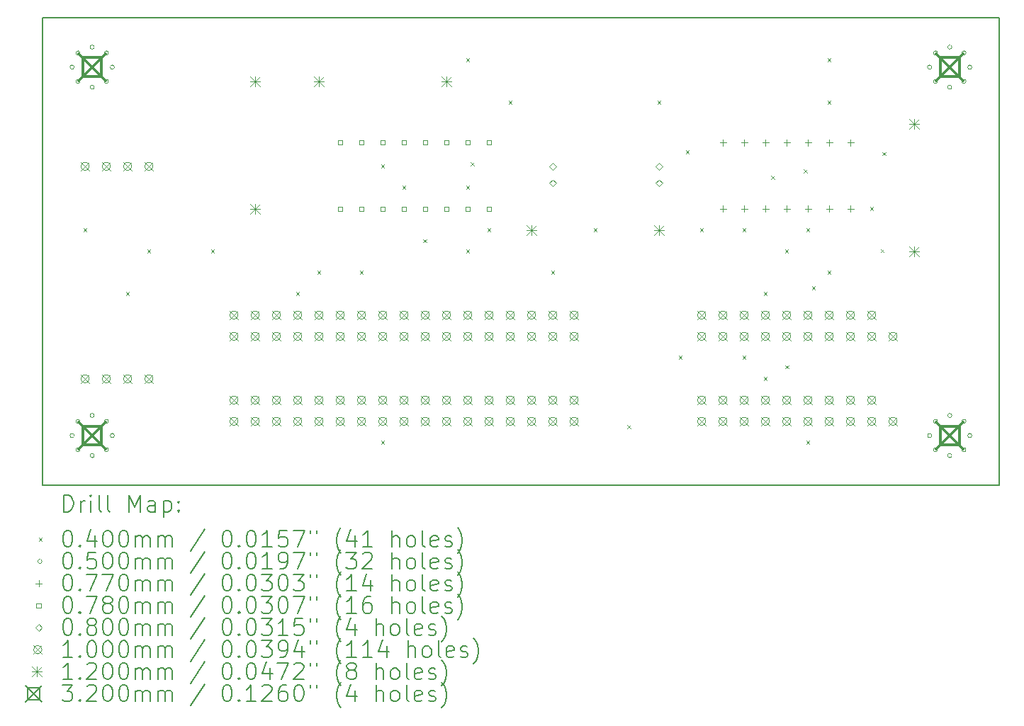
<source format=gbr>
%TF.GenerationSoftware,KiCad,Pcbnew,7.0.5-0*%
%TF.CreationDate,2023-06-05T22:28:17-07:00*%
%TF.ProjectId,PCTGotekAdapter,50435447-6f74-4656-9b41-646170746572,A*%
%TF.SameCoordinates,Original*%
%TF.FileFunction,Drillmap*%
%TF.FilePolarity,Positive*%
%FSLAX45Y45*%
G04 Gerber Fmt 4.5, Leading zero omitted, Abs format (unit mm)*
G04 Created by KiCad (PCBNEW 7.0.5-0) date 2023-06-05 22:28:17*
%MOMM*%
%LPD*%
G01*
G04 APERTURE LIST*
%ADD10C,0.150000*%
%ADD11C,0.200000*%
%ADD12C,0.040000*%
%ADD13C,0.050000*%
%ADD14C,0.077000*%
%ADD15C,0.078000*%
%ADD16C,0.080000*%
%ADD17C,0.100000*%
%ADD18C,0.120000*%
%ADD19C,0.320000*%
G04 APERTURE END LIST*
D10*
X1778000Y-5334000D02*
X13208000Y-5334000D01*
X13208000Y-10922000D01*
X1778000Y-10922000D01*
X1778000Y-5334000D01*
D11*
D12*
X2266000Y-7854000D02*
X2306000Y-7894000D01*
X2306000Y-7854000D02*
X2266000Y-7894000D01*
X2774000Y-8616000D02*
X2814000Y-8656000D01*
X2814000Y-8616000D02*
X2774000Y-8656000D01*
X3028000Y-8108000D02*
X3068000Y-8148000D01*
X3068000Y-8108000D02*
X3028000Y-8148000D01*
X3790000Y-8108000D02*
X3830000Y-8148000D01*
X3830000Y-8108000D02*
X3790000Y-8148000D01*
X4806000Y-8616000D02*
X4846000Y-8656000D01*
X4846000Y-8616000D02*
X4806000Y-8656000D01*
X5060000Y-8362000D02*
X5100000Y-8402000D01*
X5100000Y-8362000D02*
X5060000Y-8402000D01*
X5568000Y-8362000D02*
X5608000Y-8402000D01*
X5608000Y-8362000D02*
X5568000Y-8402000D01*
X5822000Y-7092000D02*
X5862000Y-7132000D01*
X5862000Y-7092000D02*
X5822000Y-7132000D01*
X5822000Y-10394000D02*
X5862000Y-10434000D01*
X5862000Y-10394000D02*
X5822000Y-10434000D01*
X6076000Y-7346000D02*
X6116000Y-7386000D01*
X6116000Y-7346000D02*
X6076000Y-7386000D01*
X6323690Y-7983347D02*
X6363690Y-8023347D01*
X6363690Y-7983347D02*
X6323690Y-8023347D01*
X6838000Y-5822000D02*
X6878000Y-5862000D01*
X6878000Y-5822000D02*
X6838000Y-5862000D01*
X6838000Y-7346000D02*
X6878000Y-7386000D01*
X6878000Y-7346000D02*
X6838000Y-7386000D01*
X6838000Y-8108000D02*
X6878000Y-8148000D01*
X6878000Y-8108000D02*
X6838000Y-8148000D01*
X6893436Y-7061908D02*
X6933436Y-7101908D01*
X6933436Y-7061908D02*
X6893436Y-7101908D01*
X7092000Y-7854000D02*
X7132000Y-7894000D01*
X7132000Y-7854000D02*
X7092000Y-7894000D01*
X7346000Y-6330000D02*
X7386000Y-6370000D01*
X7386000Y-6330000D02*
X7346000Y-6370000D01*
X7854000Y-8362000D02*
X7894000Y-8402000D01*
X7894000Y-8362000D02*
X7854000Y-8402000D01*
X8362000Y-7854000D02*
X8402000Y-7894000D01*
X8402000Y-7854000D02*
X8362000Y-7894000D01*
X8761533Y-10205396D02*
X8801533Y-10245396D01*
X8801533Y-10205396D02*
X8761533Y-10245396D01*
X9124000Y-6330000D02*
X9164000Y-6370000D01*
X9164000Y-6330000D02*
X9124000Y-6370000D01*
X9378000Y-9378000D02*
X9418000Y-9418000D01*
X9418000Y-9378000D02*
X9378000Y-9418000D01*
X9461206Y-6921206D02*
X9501206Y-6961206D01*
X9501206Y-6921206D02*
X9461206Y-6961206D01*
X9632000Y-7854000D02*
X9672000Y-7894000D01*
X9672000Y-7854000D02*
X9632000Y-7894000D01*
X10140000Y-7854000D02*
X10180000Y-7894000D01*
X10180000Y-7854000D02*
X10140000Y-7894000D01*
X10140000Y-9378000D02*
X10180000Y-9418000D01*
X10180000Y-9378000D02*
X10140000Y-9418000D01*
X10394000Y-8616000D02*
X10434000Y-8656000D01*
X10434000Y-8616000D02*
X10394000Y-8656000D01*
X10394000Y-9632000D02*
X10434000Y-9672000D01*
X10434000Y-9632000D02*
X10394000Y-9672000D01*
X10480397Y-7226882D02*
X10520397Y-7266882D01*
X10520397Y-7226882D02*
X10480397Y-7266882D01*
X10648000Y-8108000D02*
X10688000Y-8148000D01*
X10688000Y-8108000D02*
X10648000Y-8148000D01*
X10650187Y-9490441D02*
X10690187Y-9530441D01*
X10690187Y-9490441D02*
X10650187Y-9530441D01*
X10869977Y-7150063D02*
X10909977Y-7190063D01*
X10909977Y-7150063D02*
X10869977Y-7190063D01*
X10902000Y-7854000D02*
X10942000Y-7894000D01*
X10942000Y-7854000D02*
X10902000Y-7894000D01*
X10902000Y-10394000D02*
X10942000Y-10434000D01*
X10942000Y-10394000D02*
X10902000Y-10434000D01*
X10968456Y-8542621D02*
X11008456Y-8582621D01*
X11008456Y-8542621D02*
X10968456Y-8582621D01*
X11156000Y-5822000D02*
X11196000Y-5862000D01*
X11196000Y-5822000D02*
X11156000Y-5862000D01*
X11156000Y-6330000D02*
X11196000Y-6370000D01*
X11196000Y-6330000D02*
X11156000Y-6370000D01*
X11156000Y-8362000D02*
X11196000Y-8402000D01*
X11196000Y-8362000D02*
X11156000Y-8402000D01*
X11664000Y-7600000D02*
X11704000Y-7640000D01*
X11704000Y-7600000D02*
X11664000Y-7640000D01*
X11789932Y-8100400D02*
X11829932Y-8140400D01*
X11829932Y-8100400D02*
X11789932Y-8140400D01*
X11808259Y-6941556D02*
X11848259Y-6981556D01*
X11848259Y-6941556D02*
X11808259Y-6981556D01*
D13*
X2155294Y-5926294D02*
G75*
G03*
X2155294Y-5926294I-25000J0D01*
G01*
X2155294Y-10329706D02*
G75*
G03*
X2155294Y-10329706I-25000J0D01*
G01*
X2225589Y-5756589D02*
G75*
G03*
X2225589Y-5756589I-25000J0D01*
G01*
X2225589Y-6096000D02*
G75*
G03*
X2225589Y-6096000I-25000J0D01*
G01*
X2225589Y-10160000D02*
G75*
G03*
X2225589Y-10160000I-25000J0D01*
G01*
X2225589Y-10499411D02*
G75*
G03*
X2225589Y-10499411I-25000J0D01*
G01*
X2395294Y-5686294D02*
G75*
G03*
X2395294Y-5686294I-25000J0D01*
G01*
X2395294Y-6166294D02*
G75*
G03*
X2395294Y-6166294I-25000J0D01*
G01*
X2395294Y-10089706D02*
G75*
G03*
X2395294Y-10089706I-25000J0D01*
G01*
X2395294Y-10569706D02*
G75*
G03*
X2395294Y-10569706I-25000J0D01*
G01*
X2565000Y-5756589D02*
G75*
G03*
X2565000Y-5756589I-25000J0D01*
G01*
X2565000Y-6096000D02*
G75*
G03*
X2565000Y-6096000I-25000J0D01*
G01*
X2565000Y-10160000D02*
G75*
G03*
X2565000Y-10160000I-25000J0D01*
G01*
X2565000Y-10499411D02*
G75*
G03*
X2565000Y-10499411I-25000J0D01*
G01*
X2635294Y-5926294D02*
G75*
G03*
X2635294Y-5926294I-25000J0D01*
G01*
X2635294Y-10329706D02*
G75*
G03*
X2635294Y-10329706I-25000J0D01*
G01*
X12400706Y-5926294D02*
G75*
G03*
X12400706Y-5926294I-25000J0D01*
G01*
X12400706Y-10329706D02*
G75*
G03*
X12400706Y-10329706I-25000J0D01*
G01*
X12471000Y-5756589D02*
G75*
G03*
X12471000Y-5756589I-25000J0D01*
G01*
X12471000Y-6096000D02*
G75*
G03*
X12471000Y-6096000I-25000J0D01*
G01*
X12471000Y-10160000D02*
G75*
G03*
X12471000Y-10160000I-25000J0D01*
G01*
X12471000Y-10499411D02*
G75*
G03*
X12471000Y-10499411I-25000J0D01*
G01*
X12640706Y-5686294D02*
G75*
G03*
X12640706Y-5686294I-25000J0D01*
G01*
X12640706Y-6166294D02*
G75*
G03*
X12640706Y-6166294I-25000J0D01*
G01*
X12640706Y-10089706D02*
G75*
G03*
X12640706Y-10089706I-25000J0D01*
G01*
X12640706Y-10569706D02*
G75*
G03*
X12640706Y-10569706I-25000J0D01*
G01*
X12810411Y-5756589D02*
G75*
G03*
X12810411Y-5756589I-25000J0D01*
G01*
X12810411Y-6096000D02*
G75*
G03*
X12810411Y-6096000I-25000J0D01*
G01*
X12810411Y-10160000D02*
G75*
G03*
X12810411Y-10160000I-25000J0D01*
G01*
X12810411Y-10499411D02*
G75*
G03*
X12810411Y-10499411I-25000J0D01*
G01*
X12880706Y-5926294D02*
G75*
G03*
X12880706Y-5926294I-25000J0D01*
G01*
X12880706Y-10329706D02*
G75*
G03*
X12880706Y-10329706I-25000J0D01*
G01*
D14*
X9906000Y-6787500D02*
X9906000Y-6864500D01*
X9867500Y-6826000D02*
X9944500Y-6826000D01*
X9906000Y-7581500D02*
X9906000Y-7658500D01*
X9867500Y-7620000D02*
X9944500Y-7620000D01*
X10160000Y-6787500D02*
X10160000Y-6864500D01*
X10121500Y-6826000D02*
X10198500Y-6826000D01*
X10160000Y-7581500D02*
X10160000Y-7658500D01*
X10121500Y-7620000D02*
X10198500Y-7620000D01*
X10414000Y-6787500D02*
X10414000Y-6864500D01*
X10375500Y-6826000D02*
X10452500Y-6826000D01*
X10414000Y-7581500D02*
X10414000Y-7658500D01*
X10375500Y-7620000D02*
X10452500Y-7620000D01*
X10668000Y-6787500D02*
X10668000Y-6864500D01*
X10629500Y-6826000D02*
X10706500Y-6826000D01*
X10668000Y-7581500D02*
X10668000Y-7658500D01*
X10629500Y-7620000D02*
X10706500Y-7620000D01*
X10922000Y-6787500D02*
X10922000Y-6864500D01*
X10883500Y-6826000D02*
X10960500Y-6826000D01*
X10922000Y-7581500D02*
X10922000Y-7658500D01*
X10883500Y-7620000D02*
X10960500Y-7620000D01*
X11176000Y-6787500D02*
X11176000Y-6864500D01*
X11137500Y-6826000D02*
X11214500Y-6826000D01*
X11176000Y-7581500D02*
X11176000Y-7658500D01*
X11137500Y-7620000D02*
X11214500Y-7620000D01*
X11430000Y-6787500D02*
X11430000Y-6864500D01*
X11391500Y-6826000D02*
X11468500Y-6826000D01*
X11430000Y-7581500D02*
X11430000Y-7658500D01*
X11391500Y-7620000D02*
X11468500Y-7620000D01*
D15*
X5361577Y-6853577D02*
X5361577Y-6798423D01*
X5306423Y-6798423D01*
X5306423Y-6853577D01*
X5361577Y-6853577D01*
X5361577Y-7647577D02*
X5361577Y-7592423D01*
X5306423Y-7592423D01*
X5306423Y-7647577D01*
X5361577Y-7647577D01*
X5615577Y-6853577D02*
X5615577Y-6798423D01*
X5560423Y-6798423D01*
X5560423Y-6853577D01*
X5615577Y-6853577D01*
X5615577Y-7647577D02*
X5615577Y-7592423D01*
X5560423Y-7592423D01*
X5560423Y-7647577D01*
X5615577Y-7647577D01*
X5869577Y-6853577D02*
X5869577Y-6798423D01*
X5814423Y-6798423D01*
X5814423Y-6853577D01*
X5869577Y-6853577D01*
X5869577Y-7647577D02*
X5869577Y-7592423D01*
X5814423Y-7592423D01*
X5814423Y-7647577D01*
X5869577Y-7647577D01*
X6123577Y-6853577D02*
X6123577Y-6798423D01*
X6068423Y-6798423D01*
X6068423Y-6853577D01*
X6123577Y-6853577D01*
X6123577Y-7647577D02*
X6123577Y-7592423D01*
X6068423Y-7592423D01*
X6068423Y-7647577D01*
X6123577Y-7647577D01*
X6377577Y-6853577D02*
X6377577Y-6798423D01*
X6322423Y-6798423D01*
X6322423Y-6853577D01*
X6377577Y-6853577D01*
X6377577Y-7647577D02*
X6377577Y-7592423D01*
X6322423Y-7592423D01*
X6322423Y-7647577D01*
X6377577Y-7647577D01*
X6631577Y-6853577D02*
X6631577Y-6798423D01*
X6576423Y-6798423D01*
X6576423Y-6853577D01*
X6631577Y-6853577D01*
X6631577Y-7647577D02*
X6631577Y-7592423D01*
X6576423Y-7592423D01*
X6576423Y-7647577D01*
X6631577Y-7647577D01*
X6885577Y-6853577D02*
X6885577Y-6798423D01*
X6830423Y-6798423D01*
X6830423Y-6853577D01*
X6885577Y-6853577D01*
X6885577Y-7647577D02*
X6885577Y-7592423D01*
X6830423Y-7592423D01*
X6830423Y-7647577D01*
X6885577Y-7647577D01*
X7139577Y-6853577D02*
X7139577Y-6798423D01*
X7084423Y-6798423D01*
X7084423Y-6853577D01*
X7139577Y-6853577D01*
X7139577Y-7647577D02*
X7139577Y-7592423D01*
X7084423Y-7592423D01*
X7084423Y-7647577D01*
X7139577Y-7647577D01*
D16*
X7874000Y-7152000D02*
X7914000Y-7112000D01*
X7874000Y-7072000D01*
X7834000Y-7112000D01*
X7874000Y-7152000D01*
X7874000Y-7352000D02*
X7914000Y-7312000D01*
X7874000Y-7272000D01*
X7834000Y-7312000D01*
X7874000Y-7352000D01*
X9144000Y-7152000D02*
X9184000Y-7112000D01*
X9144000Y-7072000D01*
X9104000Y-7112000D01*
X9144000Y-7152000D01*
X9144000Y-7352000D02*
X9184000Y-7312000D01*
X9144000Y-7272000D01*
X9104000Y-7312000D01*
X9144000Y-7352000D01*
D17*
X2236000Y-7062000D02*
X2336000Y-7162000D01*
X2336000Y-7062000D02*
X2236000Y-7162000D01*
X2336000Y-7112000D02*
G75*
G03*
X2336000Y-7112000I-50000J0D01*
G01*
X2236000Y-9602000D02*
X2336000Y-9702000D01*
X2336000Y-9602000D02*
X2236000Y-9702000D01*
X2336000Y-9652000D02*
G75*
G03*
X2336000Y-9652000I-50000J0D01*
G01*
X2490000Y-7062000D02*
X2590000Y-7162000D01*
X2590000Y-7062000D02*
X2490000Y-7162000D01*
X2590000Y-7112000D02*
G75*
G03*
X2590000Y-7112000I-50000J0D01*
G01*
X2490000Y-9602000D02*
X2590000Y-9702000D01*
X2590000Y-9602000D02*
X2490000Y-9702000D01*
X2590000Y-9652000D02*
G75*
G03*
X2590000Y-9652000I-50000J0D01*
G01*
X2744000Y-7062000D02*
X2844000Y-7162000D01*
X2844000Y-7062000D02*
X2744000Y-7162000D01*
X2844000Y-7112000D02*
G75*
G03*
X2844000Y-7112000I-50000J0D01*
G01*
X2744000Y-9602000D02*
X2844000Y-9702000D01*
X2844000Y-9602000D02*
X2744000Y-9702000D01*
X2844000Y-9652000D02*
G75*
G03*
X2844000Y-9652000I-50000J0D01*
G01*
X2998000Y-7062000D02*
X3098000Y-7162000D01*
X3098000Y-7062000D02*
X2998000Y-7162000D01*
X3098000Y-7112000D02*
G75*
G03*
X3098000Y-7112000I-50000J0D01*
G01*
X2998000Y-9602000D02*
X3098000Y-9702000D01*
X3098000Y-9602000D02*
X2998000Y-9702000D01*
X3098000Y-9652000D02*
G75*
G03*
X3098000Y-9652000I-50000J0D01*
G01*
X4014000Y-8840000D02*
X4114000Y-8940000D01*
X4114000Y-8840000D02*
X4014000Y-8940000D01*
X4114000Y-8890000D02*
G75*
G03*
X4114000Y-8890000I-50000J0D01*
G01*
X4014000Y-9094000D02*
X4114000Y-9194000D01*
X4114000Y-9094000D02*
X4014000Y-9194000D01*
X4114000Y-9144000D02*
G75*
G03*
X4114000Y-9144000I-50000J0D01*
G01*
X4014000Y-9856000D02*
X4114000Y-9956000D01*
X4114000Y-9856000D02*
X4014000Y-9956000D01*
X4114000Y-9906000D02*
G75*
G03*
X4114000Y-9906000I-50000J0D01*
G01*
X4014000Y-10110000D02*
X4114000Y-10210000D01*
X4114000Y-10110000D02*
X4014000Y-10210000D01*
X4114000Y-10160000D02*
G75*
G03*
X4114000Y-10160000I-50000J0D01*
G01*
X4268000Y-8840000D02*
X4368000Y-8940000D01*
X4368000Y-8840000D02*
X4268000Y-8940000D01*
X4368000Y-8890000D02*
G75*
G03*
X4368000Y-8890000I-50000J0D01*
G01*
X4268000Y-9094000D02*
X4368000Y-9194000D01*
X4368000Y-9094000D02*
X4268000Y-9194000D01*
X4368000Y-9144000D02*
G75*
G03*
X4368000Y-9144000I-50000J0D01*
G01*
X4268000Y-9856000D02*
X4368000Y-9956000D01*
X4368000Y-9856000D02*
X4268000Y-9956000D01*
X4368000Y-9906000D02*
G75*
G03*
X4368000Y-9906000I-50000J0D01*
G01*
X4268000Y-10110000D02*
X4368000Y-10210000D01*
X4368000Y-10110000D02*
X4268000Y-10210000D01*
X4368000Y-10160000D02*
G75*
G03*
X4368000Y-10160000I-50000J0D01*
G01*
X4522000Y-8840000D02*
X4622000Y-8940000D01*
X4622000Y-8840000D02*
X4522000Y-8940000D01*
X4622000Y-8890000D02*
G75*
G03*
X4622000Y-8890000I-50000J0D01*
G01*
X4522000Y-9094000D02*
X4622000Y-9194000D01*
X4622000Y-9094000D02*
X4522000Y-9194000D01*
X4622000Y-9144000D02*
G75*
G03*
X4622000Y-9144000I-50000J0D01*
G01*
X4522000Y-9856000D02*
X4622000Y-9956000D01*
X4622000Y-9856000D02*
X4522000Y-9956000D01*
X4622000Y-9906000D02*
G75*
G03*
X4622000Y-9906000I-50000J0D01*
G01*
X4522000Y-10110000D02*
X4622000Y-10210000D01*
X4622000Y-10110000D02*
X4522000Y-10210000D01*
X4622000Y-10160000D02*
G75*
G03*
X4622000Y-10160000I-50000J0D01*
G01*
X4776000Y-8840000D02*
X4876000Y-8940000D01*
X4876000Y-8840000D02*
X4776000Y-8940000D01*
X4876000Y-8890000D02*
G75*
G03*
X4876000Y-8890000I-50000J0D01*
G01*
X4776000Y-9094000D02*
X4876000Y-9194000D01*
X4876000Y-9094000D02*
X4776000Y-9194000D01*
X4876000Y-9144000D02*
G75*
G03*
X4876000Y-9144000I-50000J0D01*
G01*
X4776000Y-9856000D02*
X4876000Y-9956000D01*
X4876000Y-9856000D02*
X4776000Y-9956000D01*
X4876000Y-9906000D02*
G75*
G03*
X4876000Y-9906000I-50000J0D01*
G01*
X4776000Y-10110000D02*
X4876000Y-10210000D01*
X4876000Y-10110000D02*
X4776000Y-10210000D01*
X4876000Y-10160000D02*
G75*
G03*
X4876000Y-10160000I-50000J0D01*
G01*
X5030000Y-8840000D02*
X5130000Y-8940000D01*
X5130000Y-8840000D02*
X5030000Y-8940000D01*
X5130000Y-8890000D02*
G75*
G03*
X5130000Y-8890000I-50000J0D01*
G01*
X5030000Y-9094000D02*
X5130000Y-9194000D01*
X5130000Y-9094000D02*
X5030000Y-9194000D01*
X5130000Y-9144000D02*
G75*
G03*
X5130000Y-9144000I-50000J0D01*
G01*
X5030000Y-9856000D02*
X5130000Y-9956000D01*
X5130000Y-9856000D02*
X5030000Y-9956000D01*
X5130000Y-9906000D02*
G75*
G03*
X5130000Y-9906000I-50000J0D01*
G01*
X5030000Y-10110000D02*
X5130000Y-10210000D01*
X5130000Y-10110000D02*
X5030000Y-10210000D01*
X5130000Y-10160000D02*
G75*
G03*
X5130000Y-10160000I-50000J0D01*
G01*
X5284000Y-8840000D02*
X5384000Y-8940000D01*
X5384000Y-8840000D02*
X5284000Y-8940000D01*
X5384000Y-8890000D02*
G75*
G03*
X5384000Y-8890000I-50000J0D01*
G01*
X5284000Y-9094000D02*
X5384000Y-9194000D01*
X5384000Y-9094000D02*
X5284000Y-9194000D01*
X5384000Y-9144000D02*
G75*
G03*
X5384000Y-9144000I-50000J0D01*
G01*
X5284000Y-9856000D02*
X5384000Y-9956000D01*
X5384000Y-9856000D02*
X5284000Y-9956000D01*
X5384000Y-9906000D02*
G75*
G03*
X5384000Y-9906000I-50000J0D01*
G01*
X5284000Y-10110000D02*
X5384000Y-10210000D01*
X5384000Y-10110000D02*
X5284000Y-10210000D01*
X5384000Y-10160000D02*
G75*
G03*
X5384000Y-10160000I-50000J0D01*
G01*
X5538000Y-8840000D02*
X5638000Y-8940000D01*
X5638000Y-8840000D02*
X5538000Y-8940000D01*
X5638000Y-8890000D02*
G75*
G03*
X5638000Y-8890000I-50000J0D01*
G01*
X5538000Y-9094000D02*
X5638000Y-9194000D01*
X5638000Y-9094000D02*
X5538000Y-9194000D01*
X5638000Y-9144000D02*
G75*
G03*
X5638000Y-9144000I-50000J0D01*
G01*
X5538000Y-9856000D02*
X5638000Y-9956000D01*
X5638000Y-9856000D02*
X5538000Y-9956000D01*
X5638000Y-9906000D02*
G75*
G03*
X5638000Y-9906000I-50000J0D01*
G01*
X5538000Y-10110000D02*
X5638000Y-10210000D01*
X5638000Y-10110000D02*
X5538000Y-10210000D01*
X5638000Y-10160000D02*
G75*
G03*
X5638000Y-10160000I-50000J0D01*
G01*
X5792000Y-8840000D02*
X5892000Y-8940000D01*
X5892000Y-8840000D02*
X5792000Y-8940000D01*
X5892000Y-8890000D02*
G75*
G03*
X5892000Y-8890000I-50000J0D01*
G01*
X5792000Y-9094000D02*
X5892000Y-9194000D01*
X5892000Y-9094000D02*
X5792000Y-9194000D01*
X5892000Y-9144000D02*
G75*
G03*
X5892000Y-9144000I-50000J0D01*
G01*
X5792000Y-9856000D02*
X5892000Y-9956000D01*
X5892000Y-9856000D02*
X5792000Y-9956000D01*
X5892000Y-9906000D02*
G75*
G03*
X5892000Y-9906000I-50000J0D01*
G01*
X5792000Y-10110000D02*
X5892000Y-10210000D01*
X5892000Y-10110000D02*
X5792000Y-10210000D01*
X5892000Y-10160000D02*
G75*
G03*
X5892000Y-10160000I-50000J0D01*
G01*
X6046000Y-8840000D02*
X6146000Y-8940000D01*
X6146000Y-8840000D02*
X6046000Y-8940000D01*
X6146000Y-8890000D02*
G75*
G03*
X6146000Y-8890000I-50000J0D01*
G01*
X6046000Y-9094000D02*
X6146000Y-9194000D01*
X6146000Y-9094000D02*
X6046000Y-9194000D01*
X6146000Y-9144000D02*
G75*
G03*
X6146000Y-9144000I-50000J0D01*
G01*
X6046000Y-9856000D02*
X6146000Y-9956000D01*
X6146000Y-9856000D02*
X6046000Y-9956000D01*
X6146000Y-9906000D02*
G75*
G03*
X6146000Y-9906000I-50000J0D01*
G01*
X6046000Y-10110000D02*
X6146000Y-10210000D01*
X6146000Y-10110000D02*
X6046000Y-10210000D01*
X6146000Y-10160000D02*
G75*
G03*
X6146000Y-10160000I-50000J0D01*
G01*
X6300000Y-8840000D02*
X6400000Y-8940000D01*
X6400000Y-8840000D02*
X6300000Y-8940000D01*
X6400000Y-8890000D02*
G75*
G03*
X6400000Y-8890000I-50000J0D01*
G01*
X6300000Y-9094000D02*
X6400000Y-9194000D01*
X6400000Y-9094000D02*
X6300000Y-9194000D01*
X6400000Y-9144000D02*
G75*
G03*
X6400000Y-9144000I-50000J0D01*
G01*
X6300000Y-9856000D02*
X6400000Y-9956000D01*
X6400000Y-9856000D02*
X6300000Y-9956000D01*
X6400000Y-9906000D02*
G75*
G03*
X6400000Y-9906000I-50000J0D01*
G01*
X6300000Y-10110000D02*
X6400000Y-10210000D01*
X6400000Y-10110000D02*
X6300000Y-10210000D01*
X6400000Y-10160000D02*
G75*
G03*
X6400000Y-10160000I-50000J0D01*
G01*
X6554000Y-8840000D02*
X6654000Y-8940000D01*
X6654000Y-8840000D02*
X6554000Y-8940000D01*
X6654000Y-8890000D02*
G75*
G03*
X6654000Y-8890000I-50000J0D01*
G01*
X6554000Y-9094000D02*
X6654000Y-9194000D01*
X6654000Y-9094000D02*
X6554000Y-9194000D01*
X6654000Y-9144000D02*
G75*
G03*
X6654000Y-9144000I-50000J0D01*
G01*
X6554000Y-9856000D02*
X6654000Y-9956000D01*
X6654000Y-9856000D02*
X6554000Y-9956000D01*
X6654000Y-9906000D02*
G75*
G03*
X6654000Y-9906000I-50000J0D01*
G01*
X6554000Y-10110000D02*
X6654000Y-10210000D01*
X6654000Y-10110000D02*
X6554000Y-10210000D01*
X6654000Y-10160000D02*
G75*
G03*
X6654000Y-10160000I-50000J0D01*
G01*
X6808000Y-8840000D02*
X6908000Y-8940000D01*
X6908000Y-8840000D02*
X6808000Y-8940000D01*
X6908000Y-8890000D02*
G75*
G03*
X6908000Y-8890000I-50000J0D01*
G01*
X6808000Y-9094000D02*
X6908000Y-9194000D01*
X6908000Y-9094000D02*
X6808000Y-9194000D01*
X6908000Y-9144000D02*
G75*
G03*
X6908000Y-9144000I-50000J0D01*
G01*
X6808000Y-9856000D02*
X6908000Y-9956000D01*
X6908000Y-9856000D02*
X6808000Y-9956000D01*
X6908000Y-9906000D02*
G75*
G03*
X6908000Y-9906000I-50000J0D01*
G01*
X6808000Y-10110000D02*
X6908000Y-10210000D01*
X6908000Y-10110000D02*
X6808000Y-10210000D01*
X6908000Y-10160000D02*
G75*
G03*
X6908000Y-10160000I-50000J0D01*
G01*
X7062000Y-8840000D02*
X7162000Y-8940000D01*
X7162000Y-8840000D02*
X7062000Y-8940000D01*
X7162000Y-8890000D02*
G75*
G03*
X7162000Y-8890000I-50000J0D01*
G01*
X7062000Y-9094000D02*
X7162000Y-9194000D01*
X7162000Y-9094000D02*
X7062000Y-9194000D01*
X7162000Y-9144000D02*
G75*
G03*
X7162000Y-9144000I-50000J0D01*
G01*
X7062000Y-9856000D02*
X7162000Y-9956000D01*
X7162000Y-9856000D02*
X7062000Y-9956000D01*
X7162000Y-9906000D02*
G75*
G03*
X7162000Y-9906000I-50000J0D01*
G01*
X7062000Y-10110000D02*
X7162000Y-10210000D01*
X7162000Y-10110000D02*
X7062000Y-10210000D01*
X7162000Y-10160000D02*
G75*
G03*
X7162000Y-10160000I-50000J0D01*
G01*
X7316000Y-8840000D02*
X7416000Y-8940000D01*
X7416000Y-8840000D02*
X7316000Y-8940000D01*
X7416000Y-8890000D02*
G75*
G03*
X7416000Y-8890000I-50000J0D01*
G01*
X7316000Y-9094000D02*
X7416000Y-9194000D01*
X7416000Y-9094000D02*
X7316000Y-9194000D01*
X7416000Y-9144000D02*
G75*
G03*
X7416000Y-9144000I-50000J0D01*
G01*
X7316000Y-9856000D02*
X7416000Y-9956000D01*
X7416000Y-9856000D02*
X7316000Y-9956000D01*
X7416000Y-9906000D02*
G75*
G03*
X7416000Y-9906000I-50000J0D01*
G01*
X7316000Y-10110000D02*
X7416000Y-10210000D01*
X7416000Y-10110000D02*
X7316000Y-10210000D01*
X7416000Y-10160000D02*
G75*
G03*
X7416000Y-10160000I-50000J0D01*
G01*
X7570000Y-8840000D02*
X7670000Y-8940000D01*
X7670000Y-8840000D02*
X7570000Y-8940000D01*
X7670000Y-8890000D02*
G75*
G03*
X7670000Y-8890000I-50000J0D01*
G01*
X7570000Y-9094000D02*
X7670000Y-9194000D01*
X7670000Y-9094000D02*
X7570000Y-9194000D01*
X7670000Y-9144000D02*
G75*
G03*
X7670000Y-9144000I-50000J0D01*
G01*
X7570000Y-9856000D02*
X7670000Y-9956000D01*
X7670000Y-9856000D02*
X7570000Y-9956000D01*
X7670000Y-9906000D02*
G75*
G03*
X7670000Y-9906000I-50000J0D01*
G01*
X7570000Y-10110000D02*
X7670000Y-10210000D01*
X7670000Y-10110000D02*
X7570000Y-10210000D01*
X7670000Y-10160000D02*
G75*
G03*
X7670000Y-10160000I-50000J0D01*
G01*
X7824000Y-8840000D02*
X7924000Y-8940000D01*
X7924000Y-8840000D02*
X7824000Y-8940000D01*
X7924000Y-8890000D02*
G75*
G03*
X7924000Y-8890000I-50000J0D01*
G01*
X7824000Y-9094000D02*
X7924000Y-9194000D01*
X7924000Y-9094000D02*
X7824000Y-9194000D01*
X7924000Y-9144000D02*
G75*
G03*
X7924000Y-9144000I-50000J0D01*
G01*
X7824000Y-9856000D02*
X7924000Y-9956000D01*
X7924000Y-9856000D02*
X7824000Y-9956000D01*
X7924000Y-9906000D02*
G75*
G03*
X7924000Y-9906000I-50000J0D01*
G01*
X7824000Y-10110000D02*
X7924000Y-10210000D01*
X7924000Y-10110000D02*
X7824000Y-10210000D01*
X7924000Y-10160000D02*
G75*
G03*
X7924000Y-10160000I-50000J0D01*
G01*
X8078000Y-8840000D02*
X8178000Y-8940000D01*
X8178000Y-8840000D02*
X8078000Y-8940000D01*
X8178000Y-8890000D02*
G75*
G03*
X8178000Y-8890000I-50000J0D01*
G01*
X8078000Y-9094000D02*
X8178000Y-9194000D01*
X8178000Y-9094000D02*
X8078000Y-9194000D01*
X8178000Y-9144000D02*
G75*
G03*
X8178000Y-9144000I-50000J0D01*
G01*
X8078000Y-9856000D02*
X8178000Y-9956000D01*
X8178000Y-9856000D02*
X8078000Y-9956000D01*
X8178000Y-9906000D02*
G75*
G03*
X8178000Y-9906000I-50000J0D01*
G01*
X8078000Y-10110000D02*
X8178000Y-10210000D01*
X8178000Y-10110000D02*
X8078000Y-10210000D01*
X8178000Y-10160000D02*
G75*
G03*
X8178000Y-10160000I-50000J0D01*
G01*
X9602000Y-8840000D02*
X9702000Y-8940000D01*
X9702000Y-8840000D02*
X9602000Y-8940000D01*
X9702000Y-8890000D02*
G75*
G03*
X9702000Y-8890000I-50000J0D01*
G01*
X9602000Y-9094000D02*
X9702000Y-9194000D01*
X9702000Y-9094000D02*
X9602000Y-9194000D01*
X9702000Y-9144000D02*
G75*
G03*
X9702000Y-9144000I-50000J0D01*
G01*
X9602000Y-9856000D02*
X9702000Y-9956000D01*
X9702000Y-9856000D02*
X9602000Y-9956000D01*
X9702000Y-9906000D02*
G75*
G03*
X9702000Y-9906000I-50000J0D01*
G01*
X9602000Y-10110000D02*
X9702000Y-10210000D01*
X9702000Y-10110000D02*
X9602000Y-10210000D01*
X9702000Y-10160000D02*
G75*
G03*
X9702000Y-10160000I-50000J0D01*
G01*
X9856000Y-8840000D02*
X9956000Y-8940000D01*
X9956000Y-8840000D02*
X9856000Y-8940000D01*
X9956000Y-8890000D02*
G75*
G03*
X9956000Y-8890000I-50000J0D01*
G01*
X9856000Y-9094000D02*
X9956000Y-9194000D01*
X9956000Y-9094000D02*
X9856000Y-9194000D01*
X9956000Y-9144000D02*
G75*
G03*
X9956000Y-9144000I-50000J0D01*
G01*
X9856000Y-9856000D02*
X9956000Y-9956000D01*
X9956000Y-9856000D02*
X9856000Y-9956000D01*
X9956000Y-9906000D02*
G75*
G03*
X9956000Y-9906000I-50000J0D01*
G01*
X9856000Y-10110000D02*
X9956000Y-10210000D01*
X9956000Y-10110000D02*
X9856000Y-10210000D01*
X9956000Y-10160000D02*
G75*
G03*
X9956000Y-10160000I-50000J0D01*
G01*
X10110000Y-8840000D02*
X10210000Y-8940000D01*
X10210000Y-8840000D02*
X10110000Y-8940000D01*
X10210000Y-8890000D02*
G75*
G03*
X10210000Y-8890000I-50000J0D01*
G01*
X10110000Y-9094000D02*
X10210000Y-9194000D01*
X10210000Y-9094000D02*
X10110000Y-9194000D01*
X10210000Y-9144000D02*
G75*
G03*
X10210000Y-9144000I-50000J0D01*
G01*
X10110000Y-9856000D02*
X10210000Y-9956000D01*
X10210000Y-9856000D02*
X10110000Y-9956000D01*
X10210000Y-9906000D02*
G75*
G03*
X10210000Y-9906000I-50000J0D01*
G01*
X10110000Y-10110000D02*
X10210000Y-10210000D01*
X10210000Y-10110000D02*
X10110000Y-10210000D01*
X10210000Y-10160000D02*
G75*
G03*
X10210000Y-10160000I-50000J0D01*
G01*
X10364000Y-8840000D02*
X10464000Y-8940000D01*
X10464000Y-8840000D02*
X10364000Y-8940000D01*
X10464000Y-8890000D02*
G75*
G03*
X10464000Y-8890000I-50000J0D01*
G01*
X10364000Y-9094000D02*
X10464000Y-9194000D01*
X10464000Y-9094000D02*
X10364000Y-9194000D01*
X10464000Y-9144000D02*
G75*
G03*
X10464000Y-9144000I-50000J0D01*
G01*
X10364000Y-9856000D02*
X10464000Y-9956000D01*
X10464000Y-9856000D02*
X10364000Y-9956000D01*
X10464000Y-9906000D02*
G75*
G03*
X10464000Y-9906000I-50000J0D01*
G01*
X10364000Y-10110000D02*
X10464000Y-10210000D01*
X10464000Y-10110000D02*
X10364000Y-10210000D01*
X10464000Y-10160000D02*
G75*
G03*
X10464000Y-10160000I-50000J0D01*
G01*
X10618000Y-8840000D02*
X10718000Y-8940000D01*
X10718000Y-8840000D02*
X10618000Y-8940000D01*
X10718000Y-8890000D02*
G75*
G03*
X10718000Y-8890000I-50000J0D01*
G01*
X10618000Y-9094000D02*
X10718000Y-9194000D01*
X10718000Y-9094000D02*
X10618000Y-9194000D01*
X10718000Y-9144000D02*
G75*
G03*
X10718000Y-9144000I-50000J0D01*
G01*
X10618000Y-9856000D02*
X10718000Y-9956000D01*
X10718000Y-9856000D02*
X10618000Y-9956000D01*
X10718000Y-9906000D02*
G75*
G03*
X10718000Y-9906000I-50000J0D01*
G01*
X10618000Y-10110000D02*
X10718000Y-10210000D01*
X10718000Y-10110000D02*
X10618000Y-10210000D01*
X10718000Y-10160000D02*
G75*
G03*
X10718000Y-10160000I-50000J0D01*
G01*
X10872000Y-8840000D02*
X10972000Y-8940000D01*
X10972000Y-8840000D02*
X10872000Y-8940000D01*
X10972000Y-8890000D02*
G75*
G03*
X10972000Y-8890000I-50000J0D01*
G01*
X10872000Y-9094000D02*
X10972000Y-9194000D01*
X10972000Y-9094000D02*
X10872000Y-9194000D01*
X10972000Y-9144000D02*
G75*
G03*
X10972000Y-9144000I-50000J0D01*
G01*
X10872000Y-9856000D02*
X10972000Y-9956000D01*
X10972000Y-9856000D02*
X10872000Y-9956000D01*
X10972000Y-9906000D02*
G75*
G03*
X10972000Y-9906000I-50000J0D01*
G01*
X10872000Y-10110000D02*
X10972000Y-10210000D01*
X10972000Y-10110000D02*
X10872000Y-10210000D01*
X10972000Y-10160000D02*
G75*
G03*
X10972000Y-10160000I-50000J0D01*
G01*
X11126000Y-8840000D02*
X11226000Y-8940000D01*
X11226000Y-8840000D02*
X11126000Y-8940000D01*
X11226000Y-8890000D02*
G75*
G03*
X11226000Y-8890000I-50000J0D01*
G01*
X11126000Y-9094000D02*
X11226000Y-9194000D01*
X11226000Y-9094000D02*
X11126000Y-9194000D01*
X11226000Y-9144000D02*
G75*
G03*
X11226000Y-9144000I-50000J0D01*
G01*
X11126000Y-9856000D02*
X11226000Y-9956000D01*
X11226000Y-9856000D02*
X11126000Y-9956000D01*
X11226000Y-9906000D02*
G75*
G03*
X11226000Y-9906000I-50000J0D01*
G01*
X11126000Y-10110000D02*
X11226000Y-10210000D01*
X11226000Y-10110000D02*
X11126000Y-10210000D01*
X11226000Y-10160000D02*
G75*
G03*
X11226000Y-10160000I-50000J0D01*
G01*
X11380000Y-8840000D02*
X11480000Y-8940000D01*
X11480000Y-8840000D02*
X11380000Y-8940000D01*
X11480000Y-8890000D02*
G75*
G03*
X11480000Y-8890000I-50000J0D01*
G01*
X11380000Y-9094000D02*
X11480000Y-9194000D01*
X11480000Y-9094000D02*
X11380000Y-9194000D01*
X11480000Y-9144000D02*
G75*
G03*
X11480000Y-9144000I-50000J0D01*
G01*
X11380000Y-9856000D02*
X11480000Y-9956000D01*
X11480000Y-9856000D02*
X11380000Y-9956000D01*
X11480000Y-9906000D02*
G75*
G03*
X11480000Y-9906000I-50000J0D01*
G01*
X11380000Y-10110000D02*
X11480000Y-10210000D01*
X11480000Y-10110000D02*
X11380000Y-10210000D01*
X11480000Y-10160000D02*
G75*
G03*
X11480000Y-10160000I-50000J0D01*
G01*
X11634000Y-8840000D02*
X11734000Y-8940000D01*
X11734000Y-8840000D02*
X11634000Y-8940000D01*
X11734000Y-8890000D02*
G75*
G03*
X11734000Y-8890000I-50000J0D01*
G01*
X11634000Y-9094000D02*
X11734000Y-9194000D01*
X11734000Y-9094000D02*
X11634000Y-9194000D01*
X11734000Y-9144000D02*
G75*
G03*
X11734000Y-9144000I-50000J0D01*
G01*
X11634000Y-9856000D02*
X11734000Y-9956000D01*
X11734000Y-9856000D02*
X11634000Y-9956000D01*
X11734000Y-9906000D02*
G75*
G03*
X11734000Y-9906000I-50000J0D01*
G01*
X11634000Y-10110000D02*
X11734000Y-10210000D01*
X11734000Y-10110000D02*
X11634000Y-10210000D01*
X11734000Y-10160000D02*
G75*
G03*
X11734000Y-10160000I-50000J0D01*
G01*
X11888000Y-9094000D02*
X11988000Y-9194000D01*
X11988000Y-9094000D02*
X11888000Y-9194000D01*
X11988000Y-9144000D02*
G75*
G03*
X11988000Y-9144000I-50000J0D01*
G01*
X11888000Y-10110000D02*
X11988000Y-10210000D01*
X11988000Y-10110000D02*
X11888000Y-10210000D01*
X11988000Y-10160000D02*
G75*
G03*
X11988000Y-10160000I-50000J0D01*
G01*
D18*
X4258000Y-6036000D02*
X4378000Y-6156000D01*
X4378000Y-6036000D02*
X4258000Y-6156000D01*
X4318000Y-6036000D02*
X4318000Y-6156000D01*
X4258000Y-6096000D02*
X4378000Y-6096000D01*
X4258000Y-7560000D02*
X4378000Y-7680000D01*
X4378000Y-7560000D02*
X4258000Y-7680000D01*
X4318000Y-7560000D02*
X4318000Y-7680000D01*
X4258000Y-7620000D02*
X4378000Y-7620000D01*
X5020000Y-6036000D02*
X5140000Y-6156000D01*
X5140000Y-6036000D02*
X5020000Y-6156000D01*
X5080000Y-6036000D02*
X5080000Y-6156000D01*
X5020000Y-6096000D02*
X5140000Y-6096000D01*
X6544000Y-6036000D02*
X6664000Y-6156000D01*
X6664000Y-6036000D02*
X6544000Y-6156000D01*
X6604000Y-6036000D02*
X6604000Y-6156000D01*
X6544000Y-6096000D02*
X6664000Y-6096000D01*
X7560000Y-7814000D02*
X7680000Y-7934000D01*
X7680000Y-7814000D02*
X7560000Y-7934000D01*
X7620000Y-7814000D02*
X7620000Y-7934000D01*
X7560000Y-7874000D02*
X7680000Y-7874000D01*
X9084000Y-7814000D02*
X9204000Y-7934000D01*
X9204000Y-7814000D02*
X9084000Y-7934000D01*
X9144000Y-7814000D02*
X9144000Y-7934000D01*
X9084000Y-7874000D02*
X9204000Y-7874000D01*
X12132000Y-6544000D02*
X12252000Y-6664000D01*
X12252000Y-6544000D02*
X12132000Y-6664000D01*
X12192000Y-6544000D02*
X12192000Y-6664000D01*
X12132000Y-6604000D02*
X12252000Y-6604000D01*
X12132000Y-8068000D02*
X12252000Y-8188000D01*
X12252000Y-8068000D02*
X12132000Y-8188000D01*
X12192000Y-8068000D02*
X12192000Y-8188000D01*
X12132000Y-8128000D02*
X12252000Y-8128000D01*
D19*
X2210294Y-5766294D02*
X2530294Y-6086294D01*
X2530294Y-5766294D02*
X2210294Y-6086294D01*
X2483433Y-6039433D02*
X2483433Y-5813156D01*
X2257156Y-5813156D01*
X2257156Y-6039433D01*
X2483433Y-6039433D01*
X2210294Y-10169706D02*
X2530294Y-10489706D01*
X2530294Y-10169706D02*
X2210294Y-10489706D01*
X2483433Y-10442844D02*
X2483433Y-10216567D01*
X2257156Y-10216567D01*
X2257156Y-10442844D01*
X2483433Y-10442844D01*
X12455706Y-5766294D02*
X12775706Y-6086294D01*
X12775706Y-5766294D02*
X12455706Y-6086294D01*
X12728844Y-6039433D02*
X12728844Y-5813156D01*
X12502567Y-5813156D01*
X12502567Y-6039433D01*
X12728844Y-6039433D01*
X12455706Y-10169706D02*
X12775706Y-10489706D01*
X12775706Y-10169706D02*
X12455706Y-10489706D01*
X12728844Y-10442844D02*
X12728844Y-10216567D01*
X12502567Y-10216567D01*
X12502567Y-10442844D01*
X12728844Y-10442844D01*
D11*
X2031277Y-11240984D02*
X2031277Y-11040984D01*
X2031277Y-11040984D02*
X2078896Y-11040984D01*
X2078896Y-11040984D02*
X2107467Y-11050508D01*
X2107467Y-11050508D02*
X2126515Y-11069555D01*
X2126515Y-11069555D02*
X2136039Y-11088603D01*
X2136039Y-11088603D02*
X2145563Y-11126698D01*
X2145563Y-11126698D02*
X2145563Y-11155270D01*
X2145563Y-11155270D02*
X2136039Y-11193365D01*
X2136039Y-11193365D02*
X2126515Y-11212412D01*
X2126515Y-11212412D02*
X2107467Y-11231460D01*
X2107467Y-11231460D02*
X2078896Y-11240984D01*
X2078896Y-11240984D02*
X2031277Y-11240984D01*
X2231277Y-11240984D02*
X2231277Y-11107650D01*
X2231277Y-11145746D02*
X2240801Y-11126698D01*
X2240801Y-11126698D02*
X2250324Y-11117174D01*
X2250324Y-11117174D02*
X2269372Y-11107650D01*
X2269372Y-11107650D02*
X2288420Y-11107650D01*
X2355086Y-11240984D02*
X2355086Y-11107650D01*
X2355086Y-11040984D02*
X2345563Y-11050508D01*
X2345563Y-11050508D02*
X2355086Y-11060031D01*
X2355086Y-11060031D02*
X2364610Y-11050508D01*
X2364610Y-11050508D02*
X2355086Y-11040984D01*
X2355086Y-11040984D02*
X2355086Y-11060031D01*
X2478896Y-11240984D02*
X2459848Y-11231460D01*
X2459848Y-11231460D02*
X2450324Y-11212412D01*
X2450324Y-11212412D02*
X2450324Y-11040984D01*
X2583658Y-11240984D02*
X2564610Y-11231460D01*
X2564610Y-11231460D02*
X2555086Y-11212412D01*
X2555086Y-11212412D02*
X2555086Y-11040984D01*
X2812229Y-11240984D02*
X2812229Y-11040984D01*
X2812229Y-11040984D02*
X2878896Y-11183841D01*
X2878896Y-11183841D02*
X2945562Y-11040984D01*
X2945562Y-11040984D02*
X2945562Y-11240984D01*
X3126515Y-11240984D02*
X3126515Y-11136222D01*
X3126515Y-11136222D02*
X3116991Y-11117174D01*
X3116991Y-11117174D02*
X3097943Y-11107650D01*
X3097943Y-11107650D02*
X3059848Y-11107650D01*
X3059848Y-11107650D02*
X3040801Y-11117174D01*
X3126515Y-11231460D02*
X3107467Y-11240984D01*
X3107467Y-11240984D02*
X3059848Y-11240984D01*
X3059848Y-11240984D02*
X3040801Y-11231460D01*
X3040801Y-11231460D02*
X3031277Y-11212412D01*
X3031277Y-11212412D02*
X3031277Y-11193365D01*
X3031277Y-11193365D02*
X3040801Y-11174317D01*
X3040801Y-11174317D02*
X3059848Y-11164793D01*
X3059848Y-11164793D02*
X3107467Y-11164793D01*
X3107467Y-11164793D02*
X3126515Y-11155270D01*
X3221753Y-11107650D02*
X3221753Y-11307650D01*
X3221753Y-11117174D02*
X3240801Y-11107650D01*
X3240801Y-11107650D02*
X3278896Y-11107650D01*
X3278896Y-11107650D02*
X3297943Y-11117174D01*
X3297943Y-11117174D02*
X3307467Y-11126698D01*
X3307467Y-11126698D02*
X3316991Y-11145746D01*
X3316991Y-11145746D02*
X3316991Y-11202888D01*
X3316991Y-11202888D02*
X3307467Y-11221936D01*
X3307467Y-11221936D02*
X3297943Y-11231460D01*
X3297943Y-11231460D02*
X3278896Y-11240984D01*
X3278896Y-11240984D02*
X3240801Y-11240984D01*
X3240801Y-11240984D02*
X3221753Y-11231460D01*
X3402705Y-11221936D02*
X3412229Y-11231460D01*
X3412229Y-11231460D02*
X3402705Y-11240984D01*
X3402705Y-11240984D02*
X3393182Y-11231460D01*
X3393182Y-11231460D02*
X3402705Y-11221936D01*
X3402705Y-11221936D02*
X3402705Y-11240984D01*
X3402705Y-11117174D02*
X3412229Y-11126698D01*
X3412229Y-11126698D02*
X3402705Y-11136222D01*
X3402705Y-11136222D02*
X3393182Y-11126698D01*
X3393182Y-11126698D02*
X3402705Y-11117174D01*
X3402705Y-11117174D02*
X3402705Y-11136222D01*
D12*
X1730500Y-11549500D02*
X1770500Y-11589500D01*
X1770500Y-11549500D02*
X1730500Y-11589500D01*
D11*
X2069372Y-11460984D02*
X2088420Y-11460984D01*
X2088420Y-11460984D02*
X2107467Y-11470508D01*
X2107467Y-11470508D02*
X2116991Y-11480031D01*
X2116991Y-11480031D02*
X2126515Y-11499079D01*
X2126515Y-11499079D02*
X2136039Y-11537174D01*
X2136039Y-11537174D02*
X2136039Y-11584793D01*
X2136039Y-11584793D02*
X2126515Y-11622888D01*
X2126515Y-11622888D02*
X2116991Y-11641936D01*
X2116991Y-11641936D02*
X2107467Y-11651460D01*
X2107467Y-11651460D02*
X2088420Y-11660984D01*
X2088420Y-11660984D02*
X2069372Y-11660984D01*
X2069372Y-11660984D02*
X2050324Y-11651460D01*
X2050324Y-11651460D02*
X2040801Y-11641936D01*
X2040801Y-11641936D02*
X2031277Y-11622888D01*
X2031277Y-11622888D02*
X2021753Y-11584793D01*
X2021753Y-11584793D02*
X2021753Y-11537174D01*
X2021753Y-11537174D02*
X2031277Y-11499079D01*
X2031277Y-11499079D02*
X2040801Y-11480031D01*
X2040801Y-11480031D02*
X2050324Y-11470508D01*
X2050324Y-11470508D02*
X2069372Y-11460984D01*
X2221753Y-11641936D02*
X2231277Y-11651460D01*
X2231277Y-11651460D02*
X2221753Y-11660984D01*
X2221753Y-11660984D02*
X2212229Y-11651460D01*
X2212229Y-11651460D02*
X2221753Y-11641936D01*
X2221753Y-11641936D02*
X2221753Y-11660984D01*
X2402705Y-11527650D02*
X2402705Y-11660984D01*
X2355086Y-11451460D02*
X2307467Y-11594317D01*
X2307467Y-11594317D02*
X2431277Y-11594317D01*
X2545563Y-11460984D02*
X2564610Y-11460984D01*
X2564610Y-11460984D02*
X2583658Y-11470508D01*
X2583658Y-11470508D02*
X2593182Y-11480031D01*
X2593182Y-11480031D02*
X2602705Y-11499079D01*
X2602705Y-11499079D02*
X2612229Y-11537174D01*
X2612229Y-11537174D02*
X2612229Y-11584793D01*
X2612229Y-11584793D02*
X2602705Y-11622888D01*
X2602705Y-11622888D02*
X2593182Y-11641936D01*
X2593182Y-11641936D02*
X2583658Y-11651460D01*
X2583658Y-11651460D02*
X2564610Y-11660984D01*
X2564610Y-11660984D02*
X2545563Y-11660984D01*
X2545563Y-11660984D02*
X2526515Y-11651460D01*
X2526515Y-11651460D02*
X2516991Y-11641936D01*
X2516991Y-11641936D02*
X2507467Y-11622888D01*
X2507467Y-11622888D02*
X2497944Y-11584793D01*
X2497944Y-11584793D02*
X2497944Y-11537174D01*
X2497944Y-11537174D02*
X2507467Y-11499079D01*
X2507467Y-11499079D02*
X2516991Y-11480031D01*
X2516991Y-11480031D02*
X2526515Y-11470508D01*
X2526515Y-11470508D02*
X2545563Y-11460984D01*
X2736039Y-11460984D02*
X2755086Y-11460984D01*
X2755086Y-11460984D02*
X2774134Y-11470508D01*
X2774134Y-11470508D02*
X2783658Y-11480031D01*
X2783658Y-11480031D02*
X2793182Y-11499079D01*
X2793182Y-11499079D02*
X2802705Y-11537174D01*
X2802705Y-11537174D02*
X2802705Y-11584793D01*
X2802705Y-11584793D02*
X2793182Y-11622888D01*
X2793182Y-11622888D02*
X2783658Y-11641936D01*
X2783658Y-11641936D02*
X2774134Y-11651460D01*
X2774134Y-11651460D02*
X2755086Y-11660984D01*
X2755086Y-11660984D02*
X2736039Y-11660984D01*
X2736039Y-11660984D02*
X2716991Y-11651460D01*
X2716991Y-11651460D02*
X2707467Y-11641936D01*
X2707467Y-11641936D02*
X2697944Y-11622888D01*
X2697944Y-11622888D02*
X2688420Y-11584793D01*
X2688420Y-11584793D02*
X2688420Y-11537174D01*
X2688420Y-11537174D02*
X2697944Y-11499079D01*
X2697944Y-11499079D02*
X2707467Y-11480031D01*
X2707467Y-11480031D02*
X2716991Y-11470508D01*
X2716991Y-11470508D02*
X2736039Y-11460984D01*
X2888420Y-11660984D02*
X2888420Y-11527650D01*
X2888420Y-11546698D02*
X2897943Y-11537174D01*
X2897943Y-11537174D02*
X2916991Y-11527650D01*
X2916991Y-11527650D02*
X2945563Y-11527650D01*
X2945563Y-11527650D02*
X2964610Y-11537174D01*
X2964610Y-11537174D02*
X2974134Y-11556222D01*
X2974134Y-11556222D02*
X2974134Y-11660984D01*
X2974134Y-11556222D02*
X2983658Y-11537174D01*
X2983658Y-11537174D02*
X3002705Y-11527650D01*
X3002705Y-11527650D02*
X3031277Y-11527650D01*
X3031277Y-11527650D02*
X3050324Y-11537174D01*
X3050324Y-11537174D02*
X3059848Y-11556222D01*
X3059848Y-11556222D02*
X3059848Y-11660984D01*
X3155086Y-11660984D02*
X3155086Y-11527650D01*
X3155086Y-11546698D02*
X3164610Y-11537174D01*
X3164610Y-11537174D02*
X3183658Y-11527650D01*
X3183658Y-11527650D02*
X3212229Y-11527650D01*
X3212229Y-11527650D02*
X3231277Y-11537174D01*
X3231277Y-11537174D02*
X3240801Y-11556222D01*
X3240801Y-11556222D02*
X3240801Y-11660984D01*
X3240801Y-11556222D02*
X3250324Y-11537174D01*
X3250324Y-11537174D02*
X3269372Y-11527650D01*
X3269372Y-11527650D02*
X3297943Y-11527650D01*
X3297943Y-11527650D02*
X3316991Y-11537174D01*
X3316991Y-11537174D02*
X3326515Y-11556222D01*
X3326515Y-11556222D02*
X3326515Y-11660984D01*
X3716991Y-11451460D02*
X3545563Y-11708603D01*
X3974134Y-11460984D02*
X3993182Y-11460984D01*
X3993182Y-11460984D02*
X4012229Y-11470508D01*
X4012229Y-11470508D02*
X4021753Y-11480031D01*
X4021753Y-11480031D02*
X4031277Y-11499079D01*
X4031277Y-11499079D02*
X4040801Y-11537174D01*
X4040801Y-11537174D02*
X4040801Y-11584793D01*
X4040801Y-11584793D02*
X4031277Y-11622888D01*
X4031277Y-11622888D02*
X4021753Y-11641936D01*
X4021753Y-11641936D02*
X4012229Y-11651460D01*
X4012229Y-11651460D02*
X3993182Y-11660984D01*
X3993182Y-11660984D02*
X3974134Y-11660984D01*
X3974134Y-11660984D02*
X3955086Y-11651460D01*
X3955086Y-11651460D02*
X3945563Y-11641936D01*
X3945563Y-11641936D02*
X3936039Y-11622888D01*
X3936039Y-11622888D02*
X3926515Y-11584793D01*
X3926515Y-11584793D02*
X3926515Y-11537174D01*
X3926515Y-11537174D02*
X3936039Y-11499079D01*
X3936039Y-11499079D02*
X3945563Y-11480031D01*
X3945563Y-11480031D02*
X3955086Y-11470508D01*
X3955086Y-11470508D02*
X3974134Y-11460984D01*
X4126515Y-11641936D02*
X4136039Y-11651460D01*
X4136039Y-11651460D02*
X4126515Y-11660984D01*
X4126515Y-11660984D02*
X4116991Y-11651460D01*
X4116991Y-11651460D02*
X4126515Y-11641936D01*
X4126515Y-11641936D02*
X4126515Y-11660984D01*
X4259848Y-11460984D02*
X4278896Y-11460984D01*
X4278896Y-11460984D02*
X4297944Y-11470508D01*
X4297944Y-11470508D02*
X4307468Y-11480031D01*
X4307468Y-11480031D02*
X4316991Y-11499079D01*
X4316991Y-11499079D02*
X4326515Y-11537174D01*
X4326515Y-11537174D02*
X4326515Y-11584793D01*
X4326515Y-11584793D02*
X4316991Y-11622888D01*
X4316991Y-11622888D02*
X4307468Y-11641936D01*
X4307468Y-11641936D02*
X4297944Y-11651460D01*
X4297944Y-11651460D02*
X4278896Y-11660984D01*
X4278896Y-11660984D02*
X4259848Y-11660984D01*
X4259848Y-11660984D02*
X4240801Y-11651460D01*
X4240801Y-11651460D02*
X4231277Y-11641936D01*
X4231277Y-11641936D02*
X4221753Y-11622888D01*
X4221753Y-11622888D02*
X4212229Y-11584793D01*
X4212229Y-11584793D02*
X4212229Y-11537174D01*
X4212229Y-11537174D02*
X4221753Y-11499079D01*
X4221753Y-11499079D02*
X4231277Y-11480031D01*
X4231277Y-11480031D02*
X4240801Y-11470508D01*
X4240801Y-11470508D02*
X4259848Y-11460984D01*
X4516991Y-11660984D02*
X4402706Y-11660984D01*
X4459848Y-11660984D02*
X4459848Y-11460984D01*
X4459848Y-11460984D02*
X4440801Y-11489555D01*
X4440801Y-11489555D02*
X4421753Y-11508603D01*
X4421753Y-11508603D02*
X4402706Y-11518127D01*
X4697944Y-11460984D02*
X4602706Y-11460984D01*
X4602706Y-11460984D02*
X4593182Y-11556222D01*
X4593182Y-11556222D02*
X4602706Y-11546698D01*
X4602706Y-11546698D02*
X4621753Y-11537174D01*
X4621753Y-11537174D02*
X4669372Y-11537174D01*
X4669372Y-11537174D02*
X4688420Y-11546698D01*
X4688420Y-11546698D02*
X4697944Y-11556222D01*
X4697944Y-11556222D02*
X4707468Y-11575269D01*
X4707468Y-11575269D02*
X4707468Y-11622888D01*
X4707468Y-11622888D02*
X4697944Y-11641936D01*
X4697944Y-11641936D02*
X4688420Y-11651460D01*
X4688420Y-11651460D02*
X4669372Y-11660984D01*
X4669372Y-11660984D02*
X4621753Y-11660984D01*
X4621753Y-11660984D02*
X4602706Y-11651460D01*
X4602706Y-11651460D02*
X4593182Y-11641936D01*
X4774134Y-11460984D02*
X4907468Y-11460984D01*
X4907468Y-11460984D02*
X4821753Y-11660984D01*
X4974134Y-11460984D02*
X4974134Y-11499079D01*
X5050325Y-11460984D02*
X5050325Y-11499079D01*
X5345563Y-11737174D02*
X5336039Y-11727650D01*
X5336039Y-11727650D02*
X5316991Y-11699079D01*
X5316991Y-11699079D02*
X5307468Y-11680031D01*
X5307468Y-11680031D02*
X5297944Y-11651460D01*
X5297944Y-11651460D02*
X5288420Y-11603841D01*
X5288420Y-11603841D02*
X5288420Y-11565746D01*
X5288420Y-11565746D02*
X5297944Y-11518127D01*
X5297944Y-11518127D02*
X5307468Y-11489555D01*
X5307468Y-11489555D02*
X5316991Y-11470508D01*
X5316991Y-11470508D02*
X5336039Y-11441936D01*
X5336039Y-11441936D02*
X5345563Y-11432412D01*
X5507468Y-11527650D02*
X5507468Y-11660984D01*
X5459849Y-11451460D02*
X5412230Y-11594317D01*
X5412230Y-11594317D02*
X5536039Y-11594317D01*
X5716991Y-11660984D02*
X5602706Y-11660984D01*
X5659848Y-11660984D02*
X5659848Y-11460984D01*
X5659848Y-11460984D02*
X5640801Y-11489555D01*
X5640801Y-11489555D02*
X5621753Y-11508603D01*
X5621753Y-11508603D02*
X5602706Y-11518127D01*
X5955087Y-11660984D02*
X5955087Y-11460984D01*
X6040801Y-11660984D02*
X6040801Y-11556222D01*
X6040801Y-11556222D02*
X6031277Y-11537174D01*
X6031277Y-11537174D02*
X6012230Y-11527650D01*
X6012230Y-11527650D02*
X5983658Y-11527650D01*
X5983658Y-11527650D02*
X5964610Y-11537174D01*
X5964610Y-11537174D02*
X5955087Y-11546698D01*
X6164610Y-11660984D02*
X6145563Y-11651460D01*
X6145563Y-11651460D02*
X6136039Y-11641936D01*
X6136039Y-11641936D02*
X6126515Y-11622888D01*
X6126515Y-11622888D02*
X6126515Y-11565746D01*
X6126515Y-11565746D02*
X6136039Y-11546698D01*
X6136039Y-11546698D02*
X6145563Y-11537174D01*
X6145563Y-11537174D02*
X6164610Y-11527650D01*
X6164610Y-11527650D02*
X6193182Y-11527650D01*
X6193182Y-11527650D02*
X6212230Y-11537174D01*
X6212230Y-11537174D02*
X6221753Y-11546698D01*
X6221753Y-11546698D02*
X6231277Y-11565746D01*
X6231277Y-11565746D02*
X6231277Y-11622888D01*
X6231277Y-11622888D02*
X6221753Y-11641936D01*
X6221753Y-11641936D02*
X6212230Y-11651460D01*
X6212230Y-11651460D02*
X6193182Y-11660984D01*
X6193182Y-11660984D02*
X6164610Y-11660984D01*
X6345563Y-11660984D02*
X6326515Y-11651460D01*
X6326515Y-11651460D02*
X6316991Y-11632412D01*
X6316991Y-11632412D02*
X6316991Y-11460984D01*
X6497944Y-11651460D02*
X6478896Y-11660984D01*
X6478896Y-11660984D02*
X6440801Y-11660984D01*
X6440801Y-11660984D02*
X6421753Y-11651460D01*
X6421753Y-11651460D02*
X6412230Y-11632412D01*
X6412230Y-11632412D02*
X6412230Y-11556222D01*
X6412230Y-11556222D02*
X6421753Y-11537174D01*
X6421753Y-11537174D02*
X6440801Y-11527650D01*
X6440801Y-11527650D02*
X6478896Y-11527650D01*
X6478896Y-11527650D02*
X6497944Y-11537174D01*
X6497944Y-11537174D02*
X6507468Y-11556222D01*
X6507468Y-11556222D02*
X6507468Y-11575269D01*
X6507468Y-11575269D02*
X6412230Y-11594317D01*
X6583658Y-11651460D02*
X6602706Y-11660984D01*
X6602706Y-11660984D02*
X6640801Y-11660984D01*
X6640801Y-11660984D02*
X6659849Y-11651460D01*
X6659849Y-11651460D02*
X6669372Y-11632412D01*
X6669372Y-11632412D02*
X6669372Y-11622888D01*
X6669372Y-11622888D02*
X6659849Y-11603841D01*
X6659849Y-11603841D02*
X6640801Y-11594317D01*
X6640801Y-11594317D02*
X6612230Y-11594317D01*
X6612230Y-11594317D02*
X6593182Y-11584793D01*
X6593182Y-11584793D02*
X6583658Y-11565746D01*
X6583658Y-11565746D02*
X6583658Y-11556222D01*
X6583658Y-11556222D02*
X6593182Y-11537174D01*
X6593182Y-11537174D02*
X6612230Y-11527650D01*
X6612230Y-11527650D02*
X6640801Y-11527650D01*
X6640801Y-11527650D02*
X6659849Y-11537174D01*
X6736039Y-11737174D02*
X6745563Y-11727650D01*
X6745563Y-11727650D02*
X6764611Y-11699079D01*
X6764611Y-11699079D02*
X6774134Y-11680031D01*
X6774134Y-11680031D02*
X6783658Y-11651460D01*
X6783658Y-11651460D02*
X6793182Y-11603841D01*
X6793182Y-11603841D02*
X6793182Y-11565746D01*
X6793182Y-11565746D02*
X6783658Y-11518127D01*
X6783658Y-11518127D02*
X6774134Y-11489555D01*
X6774134Y-11489555D02*
X6764611Y-11470508D01*
X6764611Y-11470508D02*
X6745563Y-11441936D01*
X6745563Y-11441936D02*
X6736039Y-11432412D01*
D13*
X1770500Y-11833500D02*
G75*
G03*
X1770500Y-11833500I-25000J0D01*
G01*
D11*
X2069372Y-11724984D02*
X2088420Y-11724984D01*
X2088420Y-11724984D02*
X2107467Y-11734508D01*
X2107467Y-11734508D02*
X2116991Y-11744031D01*
X2116991Y-11744031D02*
X2126515Y-11763079D01*
X2126515Y-11763079D02*
X2136039Y-11801174D01*
X2136039Y-11801174D02*
X2136039Y-11848793D01*
X2136039Y-11848793D02*
X2126515Y-11886888D01*
X2126515Y-11886888D02*
X2116991Y-11905936D01*
X2116991Y-11905936D02*
X2107467Y-11915460D01*
X2107467Y-11915460D02*
X2088420Y-11924984D01*
X2088420Y-11924984D02*
X2069372Y-11924984D01*
X2069372Y-11924984D02*
X2050324Y-11915460D01*
X2050324Y-11915460D02*
X2040801Y-11905936D01*
X2040801Y-11905936D02*
X2031277Y-11886888D01*
X2031277Y-11886888D02*
X2021753Y-11848793D01*
X2021753Y-11848793D02*
X2021753Y-11801174D01*
X2021753Y-11801174D02*
X2031277Y-11763079D01*
X2031277Y-11763079D02*
X2040801Y-11744031D01*
X2040801Y-11744031D02*
X2050324Y-11734508D01*
X2050324Y-11734508D02*
X2069372Y-11724984D01*
X2221753Y-11905936D02*
X2231277Y-11915460D01*
X2231277Y-11915460D02*
X2221753Y-11924984D01*
X2221753Y-11924984D02*
X2212229Y-11915460D01*
X2212229Y-11915460D02*
X2221753Y-11905936D01*
X2221753Y-11905936D02*
X2221753Y-11924984D01*
X2412229Y-11724984D02*
X2316991Y-11724984D01*
X2316991Y-11724984D02*
X2307467Y-11820222D01*
X2307467Y-11820222D02*
X2316991Y-11810698D01*
X2316991Y-11810698D02*
X2336039Y-11801174D01*
X2336039Y-11801174D02*
X2383658Y-11801174D01*
X2383658Y-11801174D02*
X2402705Y-11810698D01*
X2402705Y-11810698D02*
X2412229Y-11820222D01*
X2412229Y-11820222D02*
X2421753Y-11839269D01*
X2421753Y-11839269D02*
X2421753Y-11886888D01*
X2421753Y-11886888D02*
X2412229Y-11905936D01*
X2412229Y-11905936D02*
X2402705Y-11915460D01*
X2402705Y-11915460D02*
X2383658Y-11924984D01*
X2383658Y-11924984D02*
X2336039Y-11924984D01*
X2336039Y-11924984D02*
X2316991Y-11915460D01*
X2316991Y-11915460D02*
X2307467Y-11905936D01*
X2545563Y-11724984D02*
X2564610Y-11724984D01*
X2564610Y-11724984D02*
X2583658Y-11734508D01*
X2583658Y-11734508D02*
X2593182Y-11744031D01*
X2593182Y-11744031D02*
X2602705Y-11763079D01*
X2602705Y-11763079D02*
X2612229Y-11801174D01*
X2612229Y-11801174D02*
X2612229Y-11848793D01*
X2612229Y-11848793D02*
X2602705Y-11886888D01*
X2602705Y-11886888D02*
X2593182Y-11905936D01*
X2593182Y-11905936D02*
X2583658Y-11915460D01*
X2583658Y-11915460D02*
X2564610Y-11924984D01*
X2564610Y-11924984D02*
X2545563Y-11924984D01*
X2545563Y-11924984D02*
X2526515Y-11915460D01*
X2526515Y-11915460D02*
X2516991Y-11905936D01*
X2516991Y-11905936D02*
X2507467Y-11886888D01*
X2507467Y-11886888D02*
X2497944Y-11848793D01*
X2497944Y-11848793D02*
X2497944Y-11801174D01*
X2497944Y-11801174D02*
X2507467Y-11763079D01*
X2507467Y-11763079D02*
X2516991Y-11744031D01*
X2516991Y-11744031D02*
X2526515Y-11734508D01*
X2526515Y-11734508D02*
X2545563Y-11724984D01*
X2736039Y-11724984D02*
X2755086Y-11724984D01*
X2755086Y-11724984D02*
X2774134Y-11734508D01*
X2774134Y-11734508D02*
X2783658Y-11744031D01*
X2783658Y-11744031D02*
X2793182Y-11763079D01*
X2793182Y-11763079D02*
X2802705Y-11801174D01*
X2802705Y-11801174D02*
X2802705Y-11848793D01*
X2802705Y-11848793D02*
X2793182Y-11886888D01*
X2793182Y-11886888D02*
X2783658Y-11905936D01*
X2783658Y-11905936D02*
X2774134Y-11915460D01*
X2774134Y-11915460D02*
X2755086Y-11924984D01*
X2755086Y-11924984D02*
X2736039Y-11924984D01*
X2736039Y-11924984D02*
X2716991Y-11915460D01*
X2716991Y-11915460D02*
X2707467Y-11905936D01*
X2707467Y-11905936D02*
X2697944Y-11886888D01*
X2697944Y-11886888D02*
X2688420Y-11848793D01*
X2688420Y-11848793D02*
X2688420Y-11801174D01*
X2688420Y-11801174D02*
X2697944Y-11763079D01*
X2697944Y-11763079D02*
X2707467Y-11744031D01*
X2707467Y-11744031D02*
X2716991Y-11734508D01*
X2716991Y-11734508D02*
X2736039Y-11724984D01*
X2888420Y-11924984D02*
X2888420Y-11791650D01*
X2888420Y-11810698D02*
X2897943Y-11801174D01*
X2897943Y-11801174D02*
X2916991Y-11791650D01*
X2916991Y-11791650D02*
X2945563Y-11791650D01*
X2945563Y-11791650D02*
X2964610Y-11801174D01*
X2964610Y-11801174D02*
X2974134Y-11820222D01*
X2974134Y-11820222D02*
X2974134Y-11924984D01*
X2974134Y-11820222D02*
X2983658Y-11801174D01*
X2983658Y-11801174D02*
X3002705Y-11791650D01*
X3002705Y-11791650D02*
X3031277Y-11791650D01*
X3031277Y-11791650D02*
X3050324Y-11801174D01*
X3050324Y-11801174D02*
X3059848Y-11820222D01*
X3059848Y-11820222D02*
X3059848Y-11924984D01*
X3155086Y-11924984D02*
X3155086Y-11791650D01*
X3155086Y-11810698D02*
X3164610Y-11801174D01*
X3164610Y-11801174D02*
X3183658Y-11791650D01*
X3183658Y-11791650D02*
X3212229Y-11791650D01*
X3212229Y-11791650D02*
X3231277Y-11801174D01*
X3231277Y-11801174D02*
X3240801Y-11820222D01*
X3240801Y-11820222D02*
X3240801Y-11924984D01*
X3240801Y-11820222D02*
X3250324Y-11801174D01*
X3250324Y-11801174D02*
X3269372Y-11791650D01*
X3269372Y-11791650D02*
X3297943Y-11791650D01*
X3297943Y-11791650D02*
X3316991Y-11801174D01*
X3316991Y-11801174D02*
X3326515Y-11820222D01*
X3326515Y-11820222D02*
X3326515Y-11924984D01*
X3716991Y-11715460D02*
X3545563Y-11972603D01*
X3974134Y-11724984D02*
X3993182Y-11724984D01*
X3993182Y-11724984D02*
X4012229Y-11734508D01*
X4012229Y-11734508D02*
X4021753Y-11744031D01*
X4021753Y-11744031D02*
X4031277Y-11763079D01*
X4031277Y-11763079D02*
X4040801Y-11801174D01*
X4040801Y-11801174D02*
X4040801Y-11848793D01*
X4040801Y-11848793D02*
X4031277Y-11886888D01*
X4031277Y-11886888D02*
X4021753Y-11905936D01*
X4021753Y-11905936D02*
X4012229Y-11915460D01*
X4012229Y-11915460D02*
X3993182Y-11924984D01*
X3993182Y-11924984D02*
X3974134Y-11924984D01*
X3974134Y-11924984D02*
X3955086Y-11915460D01*
X3955086Y-11915460D02*
X3945563Y-11905936D01*
X3945563Y-11905936D02*
X3936039Y-11886888D01*
X3936039Y-11886888D02*
X3926515Y-11848793D01*
X3926515Y-11848793D02*
X3926515Y-11801174D01*
X3926515Y-11801174D02*
X3936039Y-11763079D01*
X3936039Y-11763079D02*
X3945563Y-11744031D01*
X3945563Y-11744031D02*
X3955086Y-11734508D01*
X3955086Y-11734508D02*
X3974134Y-11724984D01*
X4126515Y-11905936D02*
X4136039Y-11915460D01*
X4136039Y-11915460D02*
X4126515Y-11924984D01*
X4126515Y-11924984D02*
X4116991Y-11915460D01*
X4116991Y-11915460D02*
X4126515Y-11905936D01*
X4126515Y-11905936D02*
X4126515Y-11924984D01*
X4259848Y-11724984D02*
X4278896Y-11724984D01*
X4278896Y-11724984D02*
X4297944Y-11734508D01*
X4297944Y-11734508D02*
X4307468Y-11744031D01*
X4307468Y-11744031D02*
X4316991Y-11763079D01*
X4316991Y-11763079D02*
X4326515Y-11801174D01*
X4326515Y-11801174D02*
X4326515Y-11848793D01*
X4326515Y-11848793D02*
X4316991Y-11886888D01*
X4316991Y-11886888D02*
X4307468Y-11905936D01*
X4307468Y-11905936D02*
X4297944Y-11915460D01*
X4297944Y-11915460D02*
X4278896Y-11924984D01*
X4278896Y-11924984D02*
X4259848Y-11924984D01*
X4259848Y-11924984D02*
X4240801Y-11915460D01*
X4240801Y-11915460D02*
X4231277Y-11905936D01*
X4231277Y-11905936D02*
X4221753Y-11886888D01*
X4221753Y-11886888D02*
X4212229Y-11848793D01*
X4212229Y-11848793D02*
X4212229Y-11801174D01*
X4212229Y-11801174D02*
X4221753Y-11763079D01*
X4221753Y-11763079D02*
X4231277Y-11744031D01*
X4231277Y-11744031D02*
X4240801Y-11734508D01*
X4240801Y-11734508D02*
X4259848Y-11724984D01*
X4516991Y-11924984D02*
X4402706Y-11924984D01*
X4459848Y-11924984D02*
X4459848Y-11724984D01*
X4459848Y-11724984D02*
X4440801Y-11753555D01*
X4440801Y-11753555D02*
X4421753Y-11772603D01*
X4421753Y-11772603D02*
X4402706Y-11782127D01*
X4612229Y-11924984D02*
X4650325Y-11924984D01*
X4650325Y-11924984D02*
X4669372Y-11915460D01*
X4669372Y-11915460D02*
X4678896Y-11905936D01*
X4678896Y-11905936D02*
X4697944Y-11877365D01*
X4697944Y-11877365D02*
X4707468Y-11839269D01*
X4707468Y-11839269D02*
X4707468Y-11763079D01*
X4707468Y-11763079D02*
X4697944Y-11744031D01*
X4697944Y-11744031D02*
X4688420Y-11734508D01*
X4688420Y-11734508D02*
X4669372Y-11724984D01*
X4669372Y-11724984D02*
X4631277Y-11724984D01*
X4631277Y-11724984D02*
X4612229Y-11734508D01*
X4612229Y-11734508D02*
X4602706Y-11744031D01*
X4602706Y-11744031D02*
X4593182Y-11763079D01*
X4593182Y-11763079D02*
X4593182Y-11810698D01*
X4593182Y-11810698D02*
X4602706Y-11829746D01*
X4602706Y-11829746D02*
X4612229Y-11839269D01*
X4612229Y-11839269D02*
X4631277Y-11848793D01*
X4631277Y-11848793D02*
X4669372Y-11848793D01*
X4669372Y-11848793D02*
X4688420Y-11839269D01*
X4688420Y-11839269D02*
X4697944Y-11829746D01*
X4697944Y-11829746D02*
X4707468Y-11810698D01*
X4774134Y-11724984D02*
X4907468Y-11724984D01*
X4907468Y-11724984D02*
X4821753Y-11924984D01*
X4974134Y-11724984D02*
X4974134Y-11763079D01*
X5050325Y-11724984D02*
X5050325Y-11763079D01*
X5345563Y-12001174D02*
X5336039Y-11991650D01*
X5336039Y-11991650D02*
X5316991Y-11963079D01*
X5316991Y-11963079D02*
X5307468Y-11944031D01*
X5307468Y-11944031D02*
X5297944Y-11915460D01*
X5297944Y-11915460D02*
X5288420Y-11867841D01*
X5288420Y-11867841D02*
X5288420Y-11829746D01*
X5288420Y-11829746D02*
X5297944Y-11782127D01*
X5297944Y-11782127D02*
X5307468Y-11753555D01*
X5307468Y-11753555D02*
X5316991Y-11734508D01*
X5316991Y-11734508D02*
X5336039Y-11705936D01*
X5336039Y-11705936D02*
X5345563Y-11696412D01*
X5402706Y-11724984D02*
X5526515Y-11724984D01*
X5526515Y-11724984D02*
X5459849Y-11801174D01*
X5459849Y-11801174D02*
X5488420Y-11801174D01*
X5488420Y-11801174D02*
X5507468Y-11810698D01*
X5507468Y-11810698D02*
X5516991Y-11820222D01*
X5516991Y-11820222D02*
X5526515Y-11839269D01*
X5526515Y-11839269D02*
X5526515Y-11886888D01*
X5526515Y-11886888D02*
X5516991Y-11905936D01*
X5516991Y-11905936D02*
X5507468Y-11915460D01*
X5507468Y-11915460D02*
X5488420Y-11924984D01*
X5488420Y-11924984D02*
X5431277Y-11924984D01*
X5431277Y-11924984D02*
X5412230Y-11915460D01*
X5412230Y-11915460D02*
X5402706Y-11905936D01*
X5602706Y-11744031D02*
X5612229Y-11734508D01*
X5612229Y-11734508D02*
X5631277Y-11724984D01*
X5631277Y-11724984D02*
X5678896Y-11724984D01*
X5678896Y-11724984D02*
X5697944Y-11734508D01*
X5697944Y-11734508D02*
X5707468Y-11744031D01*
X5707468Y-11744031D02*
X5716991Y-11763079D01*
X5716991Y-11763079D02*
X5716991Y-11782127D01*
X5716991Y-11782127D02*
X5707468Y-11810698D01*
X5707468Y-11810698D02*
X5593182Y-11924984D01*
X5593182Y-11924984D02*
X5716991Y-11924984D01*
X5955087Y-11924984D02*
X5955087Y-11724984D01*
X6040801Y-11924984D02*
X6040801Y-11820222D01*
X6040801Y-11820222D02*
X6031277Y-11801174D01*
X6031277Y-11801174D02*
X6012230Y-11791650D01*
X6012230Y-11791650D02*
X5983658Y-11791650D01*
X5983658Y-11791650D02*
X5964610Y-11801174D01*
X5964610Y-11801174D02*
X5955087Y-11810698D01*
X6164610Y-11924984D02*
X6145563Y-11915460D01*
X6145563Y-11915460D02*
X6136039Y-11905936D01*
X6136039Y-11905936D02*
X6126515Y-11886888D01*
X6126515Y-11886888D02*
X6126515Y-11829746D01*
X6126515Y-11829746D02*
X6136039Y-11810698D01*
X6136039Y-11810698D02*
X6145563Y-11801174D01*
X6145563Y-11801174D02*
X6164610Y-11791650D01*
X6164610Y-11791650D02*
X6193182Y-11791650D01*
X6193182Y-11791650D02*
X6212230Y-11801174D01*
X6212230Y-11801174D02*
X6221753Y-11810698D01*
X6221753Y-11810698D02*
X6231277Y-11829746D01*
X6231277Y-11829746D02*
X6231277Y-11886888D01*
X6231277Y-11886888D02*
X6221753Y-11905936D01*
X6221753Y-11905936D02*
X6212230Y-11915460D01*
X6212230Y-11915460D02*
X6193182Y-11924984D01*
X6193182Y-11924984D02*
X6164610Y-11924984D01*
X6345563Y-11924984D02*
X6326515Y-11915460D01*
X6326515Y-11915460D02*
X6316991Y-11896412D01*
X6316991Y-11896412D02*
X6316991Y-11724984D01*
X6497944Y-11915460D02*
X6478896Y-11924984D01*
X6478896Y-11924984D02*
X6440801Y-11924984D01*
X6440801Y-11924984D02*
X6421753Y-11915460D01*
X6421753Y-11915460D02*
X6412230Y-11896412D01*
X6412230Y-11896412D02*
X6412230Y-11820222D01*
X6412230Y-11820222D02*
X6421753Y-11801174D01*
X6421753Y-11801174D02*
X6440801Y-11791650D01*
X6440801Y-11791650D02*
X6478896Y-11791650D01*
X6478896Y-11791650D02*
X6497944Y-11801174D01*
X6497944Y-11801174D02*
X6507468Y-11820222D01*
X6507468Y-11820222D02*
X6507468Y-11839269D01*
X6507468Y-11839269D02*
X6412230Y-11858317D01*
X6583658Y-11915460D02*
X6602706Y-11924984D01*
X6602706Y-11924984D02*
X6640801Y-11924984D01*
X6640801Y-11924984D02*
X6659849Y-11915460D01*
X6659849Y-11915460D02*
X6669372Y-11896412D01*
X6669372Y-11896412D02*
X6669372Y-11886888D01*
X6669372Y-11886888D02*
X6659849Y-11867841D01*
X6659849Y-11867841D02*
X6640801Y-11858317D01*
X6640801Y-11858317D02*
X6612230Y-11858317D01*
X6612230Y-11858317D02*
X6593182Y-11848793D01*
X6593182Y-11848793D02*
X6583658Y-11829746D01*
X6583658Y-11829746D02*
X6583658Y-11820222D01*
X6583658Y-11820222D02*
X6593182Y-11801174D01*
X6593182Y-11801174D02*
X6612230Y-11791650D01*
X6612230Y-11791650D02*
X6640801Y-11791650D01*
X6640801Y-11791650D02*
X6659849Y-11801174D01*
X6736039Y-12001174D02*
X6745563Y-11991650D01*
X6745563Y-11991650D02*
X6764611Y-11963079D01*
X6764611Y-11963079D02*
X6774134Y-11944031D01*
X6774134Y-11944031D02*
X6783658Y-11915460D01*
X6783658Y-11915460D02*
X6793182Y-11867841D01*
X6793182Y-11867841D02*
X6793182Y-11829746D01*
X6793182Y-11829746D02*
X6783658Y-11782127D01*
X6783658Y-11782127D02*
X6774134Y-11753555D01*
X6774134Y-11753555D02*
X6764611Y-11734508D01*
X6764611Y-11734508D02*
X6745563Y-11705936D01*
X6745563Y-11705936D02*
X6736039Y-11696412D01*
D14*
X1732000Y-12059000D02*
X1732000Y-12136000D01*
X1693500Y-12097500D02*
X1770500Y-12097500D01*
D11*
X2069372Y-11988984D02*
X2088420Y-11988984D01*
X2088420Y-11988984D02*
X2107467Y-11998508D01*
X2107467Y-11998508D02*
X2116991Y-12008031D01*
X2116991Y-12008031D02*
X2126515Y-12027079D01*
X2126515Y-12027079D02*
X2136039Y-12065174D01*
X2136039Y-12065174D02*
X2136039Y-12112793D01*
X2136039Y-12112793D02*
X2126515Y-12150888D01*
X2126515Y-12150888D02*
X2116991Y-12169936D01*
X2116991Y-12169936D02*
X2107467Y-12179460D01*
X2107467Y-12179460D02*
X2088420Y-12188984D01*
X2088420Y-12188984D02*
X2069372Y-12188984D01*
X2069372Y-12188984D02*
X2050324Y-12179460D01*
X2050324Y-12179460D02*
X2040801Y-12169936D01*
X2040801Y-12169936D02*
X2031277Y-12150888D01*
X2031277Y-12150888D02*
X2021753Y-12112793D01*
X2021753Y-12112793D02*
X2021753Y-12065174D01*
X2021753Y-12065174D02*
X2031277Y-12027079D01*
X2031277Y-12027079D02*
X2040801Y-12008031D01*
X2040801Y-12008031D02*
X2050324Y-11998508D01*
X2050324Y-11998508D02*
X2069372Y-11988984D01*
X2221753Y-12169936D02*
X2231277Y-12179460D01*
X2231277Y-12179460D02*
X2221753Y-12188984D01*
X2221753Y-12188984D02*
X2212229Y-12179460D01*
X2212229Y-12179460D02*
X2221753Y-12169936D01*
X2221753Y-12169936D02*
X2221753Y-12188984D01*
X2297944Y-11988984D02*
X2431277Y-11988984D01*
X2431277Y-11988984D02*
X2345563Y-12188984D01*
X2488420Y-11988984D02*
X2621753Y-11988984D01*
X2621753Y-11988984D02*
X2536039Y-12188984D01*
X2736039Y-11988984D02*
X2755086Y-11988984D01*
X2755086Y-11988984D02*
X2774134Y-11998508D01*
X2774134Y-11998508D02*
X2783658Y-12008031D01*
X2783658Y-12008031D02*
X2793182Y-12027079D01*
X2793182Y-12027079D02*
X2802705Y-12065174D01*
X2802705Y-12065174D02*
X2802705Y-12112793D01*
X2802705Y-12112793D02*
X2793182Y-12150888D01*
X2793182Y-12150888D02*
X2783658Y-12169936D01*
X2783658Y-12169936D02*
X2774134Y-12179460D01*
X2774134Y-12179460D02*
X2755086Y-12188984D01*
X2755086Y-12188984D02*
X2736039Y-12188984D01*
X2736039Y-12188984D02*
X2716991Y-12179460D01*
X2716991Y-12179460D02*
X2707467Y-12169936D01*
X2707467Y-12169936D02*
X2697944Y-12150888D01*
X2697944Y-12150888D02*
X2688420Y-12112793D01*
X2688420Y-12112793D02*
X2688420Y-12065174D01*
X2688420Y-12065174D02*
X2697944Y-12027079D01*
X2697944Y-12027079D02*
X2707467Y-12008031D01*
X2707467Y-12008031D02*
X2716991Y-11998508D01*
X2716991Y-11998508D02*
X2736039Y-11988984D01*
X2888420Y-12188984D02*
X2888420Y-12055650D01*
X2888420Y-12074698D02*
X2897943Y-12065174D01*
X2897943Y-12065174D02*
X2916991Y-12055650D01*
X2916991Y-12055650D02*
X2945563Y-12055650D01*
X2945563Y-12055650D02*
X2964610Y-12065174D01*
X2964610Y-12065174D02*
X2974134Y-12084222D01*
X2974134Y-12084222D02*
X2974134Y-12188984D01*
X2974134Y-12084222D02*
X2983658Y-12065174D01*
X2983658Y-12065174D02*
X3002705Y-12055650D01*
X3002705Y-12055650D02*
X3031277Y-12055650D01*
X3031277Y-12055650D02*
X3050324Y-12065174D01*
X3050324Y-12065174D02*
X3059848Y-12084222D01*
X3059848Y-12084222D02*
X3059848Y-12188984D01*
X3155086Y-12188984D02*
X3155086Y-12055650D01*
X3155086Y-12074698D02*
X3164610Y-12065174D01*
X3164610Y-12065174D02*
X3183658Y-12055650D01*
X3183658Y-12055650D02*
X3212229Y-12055650D01*
X3212229Y-12055650D02*
X3231277Y-12065174D01*
X3231277Y-12065174D02*
X3240801Y-12084222D01*
X3240801Y-12084222D02*
X3240801Y-12188984D01*
X3240801Y-12084222D02*
X3250324Y-12065174D01*
X3250324Y-12065174D02*
X3269372Y-12055650D01*
X3269372Y-12055650D02*
X3297943Y-12055650D01*
X3297943Y-12055650D02*
X3316991Y-12065174D01*
X3316991Y-12065174D02*
X3326515Y-12084222D01*
X3326515Y-12084222D02*
X3326515Y-12188984D01*
X3716991Y-11979460D02*
X3545563Y-12236603D01*
X3974134Y-11988984D02*
X3993182Y-11988984D01*
X3993182Y-11988984D02*
X4012229Y-11998508D01*
X4012229Y-11998508D02*
X4021753Y-12008031D01*
X4021753Y-12008031D02*
X4031277Y-12027079D01*
X4031277Y-12027079D02*
X4040801Y-12065174D01*
X4040801Y-12065174D02*
X4040801Y-12112793D01*
X4040801Y-12112793D02*
X4031277Y-12150888D01*
X4031277Y-12150888D02*
X4021753Y-12169936D01*
X4021753Y-12169936D02*
X4012229Y-12179460D01*
X4012229Y-12179460D02*
X3993182Y-12188984D01*
X3993182Y-12188984D02*
X3974134Y-12188984D01*
X3974134Y-12188984D02*
X3955086Y-12179460D01*
X3955086Y-12179460D02*
X3945563Y-12169936D01*
X3945563Y-12169936D02*
X3936039Y-12150888D01*
X3936039Y-12150888D02*
X3926515Y-12112793D01*
X3926515Y-12112793D02*
X3926515Y-12065174D01*
X3926515Y-12065174D02*
X3936039Y-12027079D01*
X3936039Y-12027079D02*
X3945563Y-12008031D01*
X3945563Y-12008031D02*
X3955086Y-11998508D01*
X3955086Y-11998508D02*
X3974134Y-11988984D01*
X4126515Y-12169936D02*
X4136039Y-12179460D01*
X4136039Y-12179460D02*
X4126515Y-12188984D01*
X4126515Y-12188984D02*
X4116991Y-12179460D01*
X4116991Y-12179460D02*
X4126515Y-12169936D01*
X4126515Y-12169936D02*
X4126515Y-12188984D01*
X4259848Y-11988984D02*
X4278896Y-11988984D01*
X4278896Y-11988984D02*
X4297944Y-11998508D01*
X4297944Y-11998508D02*
X4307468Y-12008031D01*
X4307468Y-12008031D02*
X4316991Y-12027079D01*
X4316991Y-12027079D02*
X4326515Y-12065174D01*
X4326515Y-12065174D02*
X4326515Y-12112793D01*
X4326515Y-12112793D02*
X4316991Y-12150888D01*
X4316991Y-12150888D02*
X4307468Y-12169936D01*
X4307468Y-12169936D02*
X4297944Y-12179460D01*
X4297944Y-12179460D02*
X4278896Y-12188984D01*
X4278896Y-12188984D02*
X4259848Y-12188984D01*
X4259848Y-12188984D02*
X4240801Y-12179460D01*
X4240801Y-12179460D02*
X4231277Y-12169936D01*
X4231277Y-12169936D02*
X4221753Y-12150888D01*
X4221753Y-12150888D02*
X4212229Y-12112793D01*
X4212229Y-12112793D02*
X4212229Y-12065174D01*
X4212229Y-12065174D02*
X4221753Y-12027079D01*
X4221753Y-12027079D02*
X4231277Y-12008031D01*
X4231277Y-12008031D02*
X4240801Y-11998508D01*
X4240801Y-11998508D02*
X4259848Y-11988984D01*
X4393182Y-11988984D02*
X4516991Y-11988984D01*
X4516991Y-11988984D02*
X4450325Y-12065174D01*
X4450325Y-12065174D02*
X4478896Y-12065174D01*
X4478896Y-12065174D02*
X4497944Y-12074698D01*
X4497944Y-12074698D02*
X4507468Y-12084222D01*
X4507468Y-12084222D02*
X4516991Y-12103269D01*
X4516991Y-12103269D02*
X4516991Y-12150888D01*
X4516991Y-12150888D02*
X4507468Y-12169936D01*
X4507468Y-12169936D02*
X4497944Y-12179460D01*
X4497944Y-12179460D02*
X4478896Y-12188984D01*
X4478896Y-12188984D02*
X4421753Y-12188984D01*
X4421753Y-12188984D02*
X4402706Y-12179460D01*
X4402706Y-12179460D02*
X4393182Y-12169936D01*
X4640801Y-11988984D02*
X4659849Y-11988984D01*
X4659849Y-11988984D02*
X4678896Y-11998508D01*
X4678896Y-11998508D02*
X4688420Y-12008031D01*
X4688420Y-12008031D02*
X4697944Y-12027079D01*
X4697944Y-12027079D02*
X4707468Y-12065174D01*
X4707468Y-12065174D02*
X4707468Y-12112793D01*
X4707468Y-12112793D02*
X4697944Y-12150888D01*
X4697944Y-12150888D02*
X4688420Y-12169936D01*
X4688420Y-12169936D02*
X4678896Y-12179460D01*
X4678896Y-12179460D02*
X4659849Y-12188984D01*
X4659849Y-12188984D02*
X4640801Y-12188984D01*
X4640801Y-12188984D02*
X4621753Y-12179460D01*
X4621753Y-12179460D02*
X4612229Y-12169936D01*
X4612229Y-12169936D02*
X4602706Y-12150888D01*
X4602706Y-12150888D02*
X4593182Y-12112793D01*
X4593182Y-12112793D02*
X4593182Y-12065174D01*
X4593182Y-12065174D02*
X4602706Y-12027079D01*
X4602706Y-12027079D02*
X4612229Y-12008031D01*
X4612229Y-12008031D02*
X4621753Y-11998508D01*
X4621753Y-11998508D02*
X4640801Y-11988984D01*
X4774134Y-11988984D02*
X4897944Y-11988984D01*
X4897944Y-11988984D02*
X4831277Y-12065174D01*
X4831277Y-12065174D02*
X4859849Y-12065174D01*
X4859849Y-12065174D02*
X4878896Y-12074698D01*
X4878896Y-12074698D02*
X4888420Y-12084222D01*
X4888420Y-12084222D02*
X4897944Y-12103269D01*
X4897944Y-12103269D02*
X4897944Y-12150888D01*
X4897944Y-12150888D02*
X4888420Y-12169936D01*
X4888420Y-12169936D02*
X4878896Y-12179460D01*
X4878896Y-12179460D02*
X4859849Y-12188984D01*
X4859849Y-12188984D02*
X4802706Y-12188984D01*
X4802706Y-12188984D02*
X4783658Y-12179460D01*
X4783658Y-12179460D02*
X4774134Y-12169936D01*
X4974134Y-11988984D02*
X4974134Y-12027079D01*
X5050325Y-11988984D02*
X5050325Y-12027079D01*
X5345563Y-12265174D02*
X5336039Y-12255650D01*
X5336039Y-12255650D02*
X5316991Y-12227079D01*
X5316991Y-12227079D02*
X5307468Y-12208031D01*
X5307468Y-12208031D02*
X5297944Y-12179460D01*
X5297944Y-12179460D02*
X5288420Y-12131841D01*
X5288420Y-12131841D02*
X5288420Y-12093746D01*
X5288420Y-12093746D02*
X5297944Y-12046127D01*
X5297944Y-12046127D02*
X5307468Y-12017555D01*
X5307468Y-12017555D02*
X5316991Y-11998508D01*
X5316991Y-11998508D02*
X5336039Y-11969936D01*
X5336039Y-11969936D02*
X5345563Y-11960412D01*
X5526515Y-12188984D02*
X5412230Y-12188984D01*
X5469372Y-12188984D02*
X5469372Y-11988984D01*
X5469372Y-11988984D02*
X5450325Y-12017555D01*
X5450325Y-12017555D02*
X5431277Y-12036603D01*
X5431277Y-12036603D02*
X5412230Y-12046127D01*
X5697944Y-12055650D02*
X5697944Y-12188984D01*
X5650325Y-11979460D02*
X5602706Y-12122317D01*
X5602706Y-12122317D02*
X5726515Y-12122317D01*
X5955087Y-12188984D02*
X5955087Y-11988984D01*
X6040801Y-12188984D02*
X6040801Y-12084222D01*
X6040801Y-12084222D02*
X6031277Y-12065174D01*
X6031277Y-12065174D02*
X6012230Y-12055650D01*
X6012230Y-12055650D02*
X5983658Y-12055650D01*
X5983658Y-12055650D02*
X5964610Y-12065174D01*
X5964610Y-12065174D02*
X5955087Y-12074698D01*
X6164610Y-12188984D02*
X6145563Y-12179460D01*
X6145563Y-12179460D02*
X6136039Y-12169936D01*
X6136039Y-12169936D02*
X6126515Y-12150888D01*
X6126515Y-12150888D02*
X6126515Y-12093746D01*
X6126515Y-12093746D02*
X6136039Y-12074698D01*
X6136039Y-12074698D02*
X6145563Y-12065174D01*
X6145563Y-12065174D02*
X6164610Y-12055650D01*
X6164610Y-12055650D02*
X6193182Y-12055650D01*
X6193182Y-12055650D02*
X6212230Y-12065174D01*
X6212230Y-12065174D02*
X6221753Y-12074698D01*
X6221753Y-12074698D02*
X6231277Y-12093746D01*
X6231277Y-12093746D02*
X6231277Y-12150888D01*
X6231277Y-12150888D02*
X6221753Y-12169936D01*
X6221753Y-12169936D02*
X6212230Y-12179460D01*
X6212230Y-12179460D02*
X6193182Y-12188984D01*
X6193182Y-12188984D02*
X6164610Y-12188984D01*
X6345563Y-12188984D02*
X6326515Y-12179460D01*
X6326515Y-12179460D02*
X6316991Y-12160412D01*
X6316991Y-12160412D02*
X6316991Y-11988984D01*
X6497944Y-12179460D02*
X6478896Y-12188984D01*
X6478896Y-12188984D02*
X6440801Y-12188984D01*
X6440801Y-12188984D02*
X6421753Y-12179460D01*
X6421753Y-12179460D02*
X6412230Y-12160412D01*
X6412230Y-12160412D02*
X6412230Y-12084222D01*
X6412230Y-12084222D02*
X6421753Y-12065174D01*
X6421753Y-12065174D02*
X6440801Y-12055650D01*
X6440801Y-12055650D02*
X6478896Y-12055650D01*
X6478896Y-12055650D02*
X6497944Y-12065174D01*
X6497944Y-12065174D02*
X6507468Y-12084222D01*
X6507468Y-12084222D02*
X6507468Y-12103269D01*
X6507468Y-12103269D02*
X6412230Y-12122317D01*
X6583658Y-12179460D02*
X6602706Y-12188984D01*
X6602706Y-12188984D02*
X6640801Y-12188984D01*
X6640801Y-12188984D02*
X6659849Y-12179460D01*
X6659849Y-12179460D02*
X6669372Y-12160412D01*
X6669372Y-12160412D02*
X6669372Y-12150888D01*
X6669372Y-12150888D02*
X6659849Y-12131841D01*
X6659849Y-12131841D02*
X6640801Y-12122317D01*
X6640801Y-12122317D02*
X6612230Y-12122317D01*
X6612230Y-12122317D02*
X6593182Y-12112793D01*
X6593182Y-12112793D02*
X6583658Y-12093746D01*
X6583658Y-12093746D02*
X6583658Y-12084222D01*
X6583658Y-12084222D02*
X6593182Y-12065174D01*
X6593182Y-12065174D02*
X6612230Y-12055650D01*
X6612230Y-12055650D02*
X6640801Y-12055650D01*
X6640801Y-12055650D02*
X6659849Y-12065174D01*
X6736039Y-12265174D02*
X6745563Y-12255650D01*
X6745563Y-12255650D02*
X6764611Y-12227079D01*
X6764611Y-12227079D02*
X6774134Y-12208031D01*
X6774134Y-12208031D02*
X6783658Y-12179460D01*
X6783658Y-12179460D02*
X6793182Y-12131841D01*
X6793182Y-12131841D02*
X6793182Y-12093746D01*
X6793182Y-12093746D02*
X6783658Y-12046127D01*
X6783658Y-12046127D02*
X6774134Y-12017555D01*
X6774134Y-12017555D02*
X6764611Y-11998508D01*
X6764611Y-11998508D02*
X6745563Y-11969936D01*
X6745563Y-11969936D02*
X6736039Y-11960412D01*
D15*
X1759077Y-12389077D02*
X1759077Y-12333923D01*
X1703923Y-12333923D01*
X1703923Y-12389077D01*
X1759077Y-12389077D01*
D11*
X2069372Y-12252984D02*
X2088420Y-12252984D01*
X2088420Y-12252984D02*
X2107467Y-12262508D01*
X2107467Y-12262508D02*
X2116991Y-12272031D01*
X2116991Y-12272031D02*
X2126515Y-12291079D01*
X2126515Y-12291079D02*
X2136039Y-12329174D01*
X2136039Y-12329174D02*
X2136039Y-12376793D01*
X2136039Y-12376793D02*
X2126515Y-12414888D01*
X2126515Y-12414888D02*
X2116991Y-12433936D01*
X2116991Y-12433936D02*
X2107467Y-12443460D01*
X2107467Y-12443460D02*
X2088420Y-12452984D01*
X2088420Y-12452984D02*
X2069372Y-12452984D01*
X2069372Y-12452984D02*
X2050324Y-12443460D01*
X2050324Y-12443460D02*
X2040801Y-12433936D01*
X2040801Y-12433936D02*
X2031277Y-12414888D01*
X2031277Y-12414888D02*
X2021753Y-12376793D01*
X2021753Y-12376793D02*
X2021753Y-12329174D01*
X2021753Y-12329174D02*
X2031277Y-12291079D01*
X2031277Y-12291079D02*
X2040801Y-12272031D01*
X2040801Y-12272031D02*
X2050324Y-12262508D01*
X2050324Y-12262508D02*
X2069372Y-12252984D01*
X2221753Y-12433936D02*
X2231277Y-12443460D01*
X2231277Y-12443460D02*
X2221753Y-12452984D01*
X2221753Y-12452984D02*
X2212229Y-12443460D01*
X2212229Y-12443460D02*
X2221753Y-12433936D01*
X2221753Y-12433936D02*
X2221753Y-12452984D01*
X2297944Y-12252984D02*
X2431277Y-12252984D01*
X2431277Y-12252984D02*
X2345563Y-12452984D01*
X2536039Y-12338698D02*
X2516991Y-12329174D01*
X2516991Y-12329174D02*
X2507467Y-12319650D01*
X2507467Y-12319650D02*
X2497944Y-12300603D01*
X2497944Y-12300603D02*
X2497944Y-12291079D01*
X2497944Y-12291079D02*
X2507467Y-12272031D01*
X2507467Y-12272031D02*
X2516991Y-12262508D01*
X2516991Y-12262508D02*
X2536039Y-12252984D01*
X2536039Y-12252984D02*
X2574134Y-12252984D01*
X2574134Y-12252984D02*
X2593182Y-12262508D01*
X2593182Y-12262508D02*
X2602705Y-12272031D01*
X2602705Y-12272031D02*
X2612229Y-12291079D01*
X2612229Y-12291079D02*
X2612229Y-12300603D01*
X2612229Y-12300603D02*
X2602705Y-12319650D01*
X2602705Y-12319650D02*
X2593182Y-12329174D01*
X2593182Y-12329174D02*
X2574134Y-12338698D01*
X2574134Y-12338698D02*
X2536039Y-12338698D01*
X2536039Y-12338698D02*
X2516991Y-12348222D01*
X2516991Y-12348222D02*
X2507467Y-12357746D01*
X2507467Y-12357746D02*
X2497944Y-12376793D01*
X2497944Y-12376793D02*
X2497944Y-12414888D01*
X2497944Y-12414888D02*
X2507467Y-12433936D01*
X2507467Y-12433936D02*
X2516991Y-12443460D01*
X2516991Y-12443460D02*
X2536039Y-12452984D01*
X2536039Y-12452984D02*
X2574134Y-12452984D01*
X2574134Y-12452984D02*
X2593182Y-12443460D01*
X2593182Y-12443460D02*
X2602705Y-12433936D01*
X2602705Y-12433936D02*
X2612229Y-12414888D01*
X2612229Y-12414888D02*
X2612229Y-12376793D01*
X2612229Y-12376793D02*
X2602705Y-12357746D01*
X2602705Y-12357746D02*
X2593182Y-12348222D01*
X2593182Y-12348222D02*
X2574134Y-12338698D01*
X2736039Y-12252984D02*
X2755086Y-12252984D01*
X2755086Y-12252984D02*
X2774134Y-12262508D01*
X2774134Y-12262508D02*
X2783658Y-12272031D01*
X2783658Y-12272031D02*
X2793182Y-12291079D01*
X2793182Y-12291079D02*
X2802705Y-12329174D01*
X2802705Y-12329174D02*
X2802705Y-12376793D01*
X2802705Y-12376793D02*
X2793182Y-12414888D01*
X2793182Y-12414888D02*
X2783658Y-12433936D01*
X2783658Y-12433936D02*
X2774134Y-12443460D01*
X2774134Y-12443460D02*
X2755086Y-12452984D01*
X2755086Y-12452984D02*
X2736039Y-12452984D01*
X2736039Y-12452984D02*
X2716991Y-12443460D01*
X2716991Y-12443460D02*
X2707467Y-12433936D01*
X2707467Y-12433936D02*
X2697944Y-12414888D01*
X2697944Y-12414888D02*
X2688420Y-12376793D01*
X2688420Y-12376793D02*
X2688420Y-12329174D01*
X2688420Y-12329174D02*
X2697944Y-12291079D01*
X2697944Y-12291079D02*
X2707467Y-12272031D01*
X2707467Y-12272031D02*
X2716991Y-12262508D01*
X2716991Y-12262508D02*
X2736039Y-12252984D01*
X2888420Y-12452984D02*
X2888420Y-12319650D01*
X2888420Y-12338698D02*
X2897943Y-12329174D01*
X2897943Y-12329174D02*
X2916991Y-12319650D01*
X2916991Y-12319650D02*
X2945563Y-12319650D01*
X2945563Y-12319650D02*
X2964610Y-12329174D01*
X2964610Y-12329174D02*
X2974134Y-12348222D01*
X2974134Y-12348222D02*
X2974134Y-12452984D01*
X2974134Y-12348222D02*
X2983658Y-12329174D01*
X2983658Y-12329174D02*
X3002705Y-12319650D01*
X3002705Y-12319650D02*
X3031277Y-12319650D01*
X3031277Y-12319650D02*
X3050324Y-12329174D01*
X3050324Y-12329174D02*
X3059848Y-12348222D01*
X3059848Y-12348222D02*
X3059848Y-12452984D01*
X3155086Y-12452984D02*
X3155086Y-12319650D01*
X3155086Y-12338698D02*
X3164610Y-12329174D01*
X3164610Y-12329174D02*
X3183658Y-12319650D01*
X3183658Y-12319650D02*
X3212229Y-12319650D01*
X3212229Y-12319650D02*
X3231277Y-12329174D01*
X3231277Y-12329174D02*
X3240801Y-12348222D01*
X3240801Y-12348222D02*
X3240801Y-12452984D01*
X3240801Y-12348222D02*
X3250324Y-12329174D01*
X3250324Y-12329174D02*
X3269372Y-12319650D01*
X3269372Y-12319650D02*
X3297943Y-12319650D01*
X3297943Y-12319650D02*
X3316991Y-12329174D01*
X3316991Y-12329174D02*
X3326515Y-12348222D01*
X3326515Y-12348222D02*
X3326515Y-12452984D01*
X3716991Y-12243460D02*
X3545563Y-12500603D01*
X3974134Y-12252984D02*
X3993182Y-12252984D01*
X3993182Y-12252984D02*
X4012229Y-12262508D01*
X4012229Y-12262508D02*
X4021753Y-12272031D01*
X4021753Y-12272031D02*
X4031277Y-12291079D01*
X4031277Y-12291079D02*
X4040801Y-12329174D01*
X4040801Y-12329174D02*
X4040801Y-12376793D01*
X4040801Y-12376793D02*
X4031277Y-12414888D01*
X4031277Y-12414888D02*
X4021753Y-12433936D01*
X4021753Y-12433936D02*
X4012229Y-12443460D01*
X4012229Y-12443460D02*
X3993182Y-12452984D01*
X3993182Y-12452984D02*
X3974134Y-12452984D01*
X3974134Y-12452984D02*
X3955086Y-12443460D01*
X3955086Y-12443460D02*
X3945563Y-12433936D01*
X3945563Y-12433936D02*
X3936039Y-12414888D01*
X3936039Y-12414888D02*
X3926515Y-12376793D01*
X3926515Y-12376793D02*
X3926515Y-12329174D01*
X3926515Y-12329174D02*
X3936039Y-12291079D01*
X3936039Y-12291079D02*
X3945563Y-12272031D01*
X3945563Y-12272031D02*
X3955086Y-12262508D01*
X3955086Y-12262508D02*
X3974134Y-12252984D01*
X4126515Y-12433936D02*
X4136039Y-12443460D01*
X4136039Y-12443460D02*
X4126515Y-12452984D01*
X4126515Y-12452984D02*
X4116991Y-12443460D01*
X4116991Y-12443460D02*
X4126515Y-12433936D01*
X4126515Y-12433936D02*
X4126515Y-12452984D01*
X4259848Y-12252984D02*
X4278896Y-12252984D01*
X4278896Y-12252984D02*
X4297944Y-12262508D01*
X4297944Y-12262508D02*
X4307468Y-12272031D01*
X4307468Y-12272031D02*
X4316991Y-12291079D01*
X4316991Y-12291079D02*
X4326515Y-12329174D01*
X4326515Y-12329174D02*
X4326515Y-12376793D01*
X4326515Y-12376793D02*
X4316991Y-12414888D01*
X4316991Y-12414888D02*
X4307468Y-12433936D01*
X4307468Y-12433936D02*
X4297944Y-12443460D01*
X4297944Y-12443460D02*
X4278896Y-12452984D01*
X4278896Y-12452984D02*
X4259848Y-12452984D01*
X4259848Y-12452984D02*
X4240801Y-12443460D01*
X4240801Y-12443460D02*
X4231277Y-12433936D01*
X4231277Y-12433936D02*
X4221753Y-12414888D01*
X4221753Y-12414888D02*
X4212229Y-12376793D01*
X4212229Y-12376793D02*
X4212229Y-12329174D01*
X4212229Y-12329174D02*
X4221753Y-12291079D01*
X4221753Y-12291079D02*
X4231277Y-12272031D01*
X4231277Y-12272031D02*
X4240801Y-12262508D01*
X4240801Y-12262508D02*
X4259848Y-12252984D01*
X4393182Y-12252984D02*
X4516991Y-12252984D01*
X4516991Y-12252984D02*
X4450325Y-12329174D01*
X4450325Y-12329174D02*
X4478896Y-12329174D01*
X4478896Y-12329174D02*
X4497944Y-12338698D01*
X4497944Y-12338698D02*
X4507468Y-12348222D01*
X4507468Y-12348222D02*
X4516991Y-12367269D01*
X4516991Y-12367269D02*
X4516991Y-12414888D01*
X4516991Y-12414888D02*
X4507468Y-12433936D01*
X4507468Y-12433936D02*
X4497944Y-12443460D01*
X4497944Y-12443460D02*
X4478896Y-12452984D01*
X4478896Y-12452984D02*
X4421753Y-12452984D01*
X4421753Y-12452984D02*
X4402706Y-12443460D01*
X4402706Y-12443460D02*
X4393182Y-12433936D01*
X4640801Y-12252984D02*
X4659849Y-12252984D01*
X4659849Y-12252984D02*
X4678896Y-12262508D01*
X4678896Y-12262508D02*
X4688420Y-12272031D01*
X4688420Y-12272031D02*
X4697944Y-12291079D01*
X4697944Y-12291079D02*
X4707468Y-12329174D01*
X4707468Y-12329174D02*
X4707468Y-12376793D01*
X4707468Y-12376793D02*
X4697944Y-12414888D01*
X4697944Y-12414888D02*
X4688420Y-12433936D01*
X4688420Y-12433936D02*
X4678896Y-12443460D01*
X4678896Y-12443460D02*
X4659849Y-12452984D01*
X4659849Y-12452984D02*
X4640801Y-12452984D01*
X4640801Y-12452984D02*
X4621753Y-12443460D01*
X4621753Y-12443460D02*
X4612229Y-12433936D01*
X4612229Y-12433936D02*
X4602706Y-12414888D01*
X4602706Y-12414888D02*
X4593182Y-12376793D01*
X4593182Y-12376793D02*
X4593182Y-12329174D01*
X4593182Y-12329174D02*
X4602706Y-12291079D01*
X4602706Y-12291079D02*
X4612229Y-12272031D01*
X4612229Y-12272031D02*
X4621753Y-12262508D01*
X4621753Y-12262508D02*
X4640801Y-12252984D01*
X4774134Y-12252984D02*
X4907468Y-12252984D01*
X4907468Y-12252984D02*
X4821753Y-12452984D01*
X4974134Y-12252984D02*
X4974134Y-12291079D01*
X5050325Y-12252984D02*
X5050325Y-12291079D01*
X5345563Y-12529174D02*
X5336039Y-12519650D01*
X5336039Y-12519650D02*
X5316991Y-12491079D01*
X5316991Y-12491079D02*
X5307468Y-12472031D01*
X5307468Y-12472031D02*
X5297944Y-12443460D01*
X5297944Y-12443460D02*
X5288420Y-12395841D01*
X5288420Y-12395841D02*
X5288420Y-12357746D01*
X5288420Y-12357746D02*
X5297944Y-12310127D01*
X5297944Y-12310127D02*
X5307468Y-12281555D01*
X5307468Y-12281555D02*
X5316991Y-12262508D01*
X5316991Y-12262508D02*
X5336039Y-12233936D01*
X5336039Y-12233936D02*
X5345563Y-12224412D01*
X5526515Y-12452984D02*
X5412230Y-12452984D01*
X5469372Y-12452984D02*
X5469372Y-12252984D01*
X5469372Y-12252984D02*
X5450325Y-12281555D01*
X5450325Y-12281555D02*
X5431277Y-12300603D01*
X5431277Y-12300603D02*
X5412230Y-12310127D01*
X5697944Y-12252984D02*
X5659848Y-12252984D01*
X5659848Y-12252984D02*
X5640801Y-12262508D01*
X5640801Y-12262508D02*
X5631277Y-12272031D01*
X5631277Y-12272031D02*
X5612229Y-12300603D01*
X5612229Y-12300603D02*
X5602706Y-12338698D01*
X5602706Y-12338698D02*
X5602706Y-12414888D01*
X5602706Y-12414888D02*
X5612229Y-12433936D01*
X5612229Y-12433936D02*
X5621753Y-12443460D01*
X5621753Y-12443460D02*
X5640801Y-12452984D01*
X5640801Y-12452984D02*
X5678896Y-12452984D01*
X5678896Y-12452984D02*
X5697944Y-12443460D01*
X5697944Y-12443460D02*
X5707468Y-12433936D01*
X5707468Y-12433936D02*
X5716991Y-12414888D01*
X5716991Y-12414888D02*
X5716991Y-12367269D01*
X5716991Y-12367269D02*
X5707468Y-12348222D01*
X5707468Y-12348222D02*
X5697944Y-12338698D01*
X5697944Y-12338698D02*
X5678896Y-12329174D01*
X5678896Y-12329174D02*
X5640801Y-12329174D01*
X5640801Y-12329174D02*
X5621753Y-12338698D01*
X5621753Y-12338698D02*
X5612229Y-12348222D01*
X5612229Y-12348222D02*
X5602706Y-12367269D01*
X5955087Y-12452984D02*
X5955087Y-12252984D01*
X6040801Y-12452984D02*
X6040801Y-12348222D01*
X6040801Y-12348222D02*
X6031277Y-12329174D01*
X6031277Y-12329174D02*
X6012230Y-12319650D01*
X6012230Y-12319650D02*
X5983658Y-12319650D01*
X5983658Y-12319650D02*
X5964610Y-12329174D01*
X5964610Y-12329174D02*
X5955087Y-12338698D01*
X6164610Y-12452984D02*
X6145563Y-12443460D01*
X6145563Y-12443460D02*
X6136039Y-12433936D01*
X6136039Y-12433936D02*
X6126515Y-12414888D01*
X6126515Y-12414888D02*
X6126515Y-12357746D01*
X6126515Y-12357746D02*
X6136039Y-12338698D01*
X6136039Y-12338698D02*
X6145563Y-12329174D01*
X6145563Y-12329174D02*
X6164610Y-12319650D01*
X6164610Y-12319650D02*
X6193182Y-12319650D01*
X6193182Y-12319650D02*
X6212230Y-12329174D01*
X6212230Y-12329174D02*
X6221753Y-12338698D01*
X6221753Y-12338698D02*
X6231277Y-12357746D01*
X6231277Y-12357746D02*
X6231277Y-12414888D01*
X6231277Y-12414888D02*
X6221753Y-12433936D01*
X6221753Y-12433936D02*
X6212230Y-12443460D01*
X6212230Y-12443460D02*
X6193182Y-12452984D01*
X6193182Y-12452984D02*
X6164610Y-12452984D01*
X6345563Y-12452984D02*
X6326515Y-12443460D01*
X6326515Y-12443460D02*
X6316991Y-12424412D01*
X6316991Y-12424412D02*
X6316991Y-12252984D01*
X6497944Y-12443460D02*
X6478896Y-12452984D01*
X6478896Y-12452984D02*
X6440801Y-12452984D01*
X6440801Y-12452984D02*
X6421753Y-12443460D01*
X6421753Y-12443460D02*
X6412230Y-12424412D01*
X6412230Y-12424412D02*
X6412230Y-12348222D01*
X6412230Y-12348222D02*
X6421753Y-12329174D01*
X6421753Y-12329174D02*
X6440801Y-12319650D01*
X6440801Y-12319650D02*
X6478896Y-12319650D01*
X6478896Y-12319650D02*
X6497944Y-12329174D01*
X6497944Y-12329174D02*
X6507468Y-12348222D01*
X6507468Y-12348222D02*
X6507468Y-12367269D01*
X6507468Y-12367269D02*
X6412230Y-12386317D01*
X6583658Y-12443460D02*
X6602706Y-12452984D01*
X6602706Y-12452984D02*
X6640801Y-12452984D01*
X6640801Y-12452984D02*
X6659849Y-12443460D01*
X6659849Y-12443460D02*
X6669372Y-12424412D01*
X6669372Y-12424412D02*
X6669372Y-12414888D01*
X6669372Y-12414888D02*
X6659849Y-12395841D01*
X6659849Y-12395841D02*
X6640801Y-12386317D01*
X6640801Y-12386317D02*
X6612230Y-12386317D01*
X6612230Y-12386317D02*
X6593182Y-12376793D01*
X6593182Y-12376793D02*
X6583658Y-12357746D01*
X6583658Y-12357746D02*
X6583658Y-12348222D01*
X6583658Y-12348222D02*
X6593182Y-12329174D01*
X6593182Y-12329174D02*
X6612230Y-12319650D01*
X6612230Y-12319650D02*
X6640801Y-12319650D01*
X6640801Y-12319650D02*
X6659849Y-12329174D01*
X6736039Y-12529174D02*
X6745563Y-12519650D01*
X6745563Y-12519650D02*
X6764611Y-12491079D01*
X6764611Y-12491079D02*
X6774134Y-12472031D01*
X6774134Y-12472031D02*
X6783658Y-12443460D01*
X6783658Y-12443460D02*
X6793182Y-12395841D01*
X6793182Y-12395841D02*
X6793182Y-12357746D01*
X6793182Y-12357746D02*
X6783658Y-12310127D01*
X6783658Y-12310127D02*
X6774134Y-12281555D01*
X6774134Y-12281555D02*
X6764611Y-12262508D01*
X6764611Y-12262508D02*
X6745563Y-12233936D01*
X6745563Y-12233936D02*
X6736039Y-12224412D01*
D16*
X1730500Y-12665500D02*
X1770500Y-12625500D01*
X1730500Y-12585500D01*
X1690500Y-12625500D01*
X1730500Y-12665500D01*
D11*
X2069372Y-12516984D02*
X2088420Y-12516984D01*
X2088420Y-12516984D02*
X2107467Y-12526508D01*
X2107467Y-12526508D02*
X2116991Y-12536031D01*
X2116991Y-12536031D02*
X2126515Y-12555079D01*
X2126515Y-12555079D02*
X2136039Y-12593174D01*
X2136039Y-12593174D02*
X2136039Y-12640793D01*
X2136039Y-12640793D02*
X2126515Y-12678888D01*
X2126515Y-12678888D02*
X2116991Y-12697936D01*
X2116991Y-12697936D02*
X2107467Y-12707460D01*
X2107467Y-12707460D02*
X2088420Y-12716984D01*
X2088420Y-12716984D02*
X2069372Y-12716984D01*
X2069372Y-12716984D02*
X2050324Y-12707460D01*
X2050324Y-12707460D02*
X2040801Y-12697936D01*
X2040801Y-12697936D02*
X2031277Y-12678888D01*
X2031277Y-12678888D02*
X2021753Y-12640793D01*
X2021753Y-12640793D02*
X2021753Y-12593174D01*
X2021753Y-12593174D02*
X2031277Y-12555079D01*
X2031277Y-12555079D02*
X2040801Y-12536031D01*
X2040801Y-12536031D02*
X2050324Y-12526508D01*
X2050324Y-12526508D02*
X2069372Y-12516984D01*
X2221753Y-12697936D02*
X2231277Y-12707460D01*
X2231277Y-12707460D02*
X2221753Y-12716984D01*
X2221753Y-12716984D02*
X2212229Y-12707460D01*
X2212229Y-12707460D02*
X2221753Y-12697936D01*
X2221753Y-12697936D02*
X2221753Y-12716984D01*
X2345563Y-12602698D02*
X2326515Y-12593174D01*
X2326515Y-12593174D02*
X2316991Y-12583650D01*
X2316991Y-12583650D02*
X2307467Y-12564603D01*
X2307467Y-12564603D02*
X2307467Y-12555079D01*
X2307467Y-12555079D02*
X2316991Y-12536031D01*
X2316991Y-12536031D02*
X2326515Y-12526508D01*
X2326515Y-12526508D02*
X2345563Y-12516984D01*
X2345563Y-12516984D02*
X2383658Y-12516984D01*
X2383658Y-12516984D02*
X2402705Y-12526508D01*
X2402705Y-12526508D02*
X2412229Y-12536031D01*
X2412229Y-12536031D02*
X2421753Y-12555079D01*
X2421753Y-12555079D02*
X2421753Y-12564603D01*
X2421753Y-12564603D02*
X2412229Y-12583650D01*
X2412229Y-12583650D02*
X2402705Y-12593174D01*
X2402705Y-12593174D02*
X2383658Y-12602698D01*
X2383658Y-12602698D02*
X2345563Y-12602698D01*
X2345563Y-12602698D02*
X2326515Y-12612222D01*
X2326515Y-12612222D02*
X2316991Y-12621746D01*
X2316991Y-12621746D02*
X2307467Y-12640793D01*
X2307467Y-12640793D02*
X2307467Y-12678888D01*
X2307467Y-12678888D02*
X2316991Y-12697936D01*
X2316991Y-12697936D02*
X2326515Y-12707460D01*
X2326515Y-12707460D02*
X2345563Y-12716984D01*
X2345563Y-12716984D02*
X2383658Y-12716984D01*
X2383658Y-12716984D02*
X2402705Y-12707460D01*
X2402705Y-12707460D02*
X2412229Y-12697936D01*
X2412229Y-12697936D02*
X2421753Y-12678888D01*
X2421753Y-12678888D02*
X2421753Y-12640793D01*
X2421753Y-12640793D02*
X2412229Y-12621746D01*
X2412229Y-12621746D02*
X2402705Y-12612222D01*
X2402705Y-12612222D02*
X2383658Y-12602698D01*
X2545563Y-12516984D02*
X2564610Y-12516984D01*
X2564610Y-12516984D02*
X2583658Y-12526508D01*
X2583658Y-12526508D02*
X2593182Y-12536031D01*
X2593182Y-12536031D02*
X2602705Y-12555079D01*
X2602705Y-12555079D02*
X2612229Y-12593174D01*
X2612229Y-12593174D02*
X2612229Y-12640793D01*
X2612229Y-12640793D02*
X2602705Y-12678888D01*
X2602705Y-12678888D02*
X2593182Y-12697936D01*
X2593182Y-12697936D02*
X2583658Y-12707460D01*
X2583658Y-12707460D02*
X2564610Y-12716984D01*
X2564610Y-12716984D02*
X2545563Y-12716984D01*
X2545563Y-12716984D02*
X2526515Y-12707460D01*
X2526515Y-12707460D02*
X2516991Y-12697936D01*
X2516991Y-12697936D02*
X2507467Y-12678888D01*
X2507467Y-12678888D02*
X2497944Y-12640793D01*
X2497944Y-12640793D02*
X2497944Y-12593174D01*
X2497944Y-12593174D02*
X2507467Y-12555079D01*
X2507467Y-12555079D02*
X2516991Y-12536031D01*
X2516991Y-12536031D02*
X2526515Y-12526508D01*
X2526515Y-12526508D02*
X2545563Y-12516984D01*
X2736039Y-12516984D02*
X2755086Y-12516984D01*
X2755086Y-12516984D02*
X2774134Y-12526508D01*
X2774134Y-12526508D02*
X2783658Y-12536031D01*
X2783658Y-12536031D02*
X2793182Y-12555079D01*
X2793182Y-12555079D02*
X2802705Y-12593174D01*
X2802705Y-12593174D02*
X2802705Y-12640793D01*
X2802705Y-12640793D02*
X2793182Y-12678888D01*
X2793182Y-12678888D02*
X2783658Y-12697936D01*
X2783658Y-12697936D02*
X2774134Y-12707460D01*
X2774134Y-12707460D02*
X2755086Y-12716984D01*
X2755086Y-12716984D02*
X2736039Y-12716984D01*
X2736039Y-12716984D02*
X2716991Y-12707460D01*
X2716991Y-12707460D02*
X2707467Y-12697936D01*
X2707467Y-12697936D02*
X2697944Y-12678888D01*
X2697944Y-12678888D02*
X2688420Y-12640793D01*
X2688420Y-12640793D02*
X2688420Y-12593174D01*
X2688420Y-12593174D02*
X2697944Y-12555079D01*
X2697944Y-12555079D02*
X2707467Y-12536031D01*
X2707467Y-12536031D02*
X2716991Y-12526508D01*
X2716991Y-12526508D02*
X2736039Y-12516984D01*
X2888420Y-12716984D02*
X2888420Y-12583650D01*
X2888420Y-12602698D02*
X2897943Y-12593174D01*
X2897943Y-12593174D02*
X2916991Y-12583650D01*
X2916991Y-12583650D02*
X2945563Y-12583650D01*
X2945563Y-12583650D02*
X2964610Y-12593174D01*
X2964610Y-12593174D02*
X2974134Y-12612222D01*
X2974134Y-12612222D02*
X2974134Y-12716984D01*
X2974134Y-12612222D02*
X2983658Y-12593174D01*
X2983658Y-12593174D02*
X3002705Y-12583650D01*
X3002705Y-12583650D02*
X3031277Y-12583650D01*
X3031277Y-12583650D02*
X3050324Y-12593174D01*
X3050324Y-12593174D02*
X3059848Y-12612222D01*
X3059848Y-12612222D02*
X3059848Y-12716984D01*
X3155086Y-12716984D02*
X3155086Y-12583650D01*
X3155086Y-12602698D02*
X3164610Y-12593174D01*
X3164610Y-12593174D02*
X3183658Y-12583650D01*
X3183658Y-12583650D02*
X3212229Y-12583650D01*
X3212229Y-12583650D02*
X3231277Y-12593174D01*
X3231277Y-12593174D02*
X3240801Y-12612222D01*
X3240801Y-12612222D02*
X3240801Y-12716984D01*
X3240801Y-12612222D02*
X3250324Y-12593174D01*
X3250324Y-12593174D02*
X3269372Y-12583650D01*
X3269372Y-12583650D02*
X3297943Y-12583650D01*
X3297943Y-12583650D02*
X3316991Y-12593174D01*
X3316991Y-12593174D02*
X3326515Y-12612222D01*
X3326515Y-12612222D02*
X3326515Y-12716984D01*
X3716991Y-12507460D02*
X3545563Y-12764603D01*
X3974134Y-12516984D02*
X3993182Y-12516984D01*
X3993182Y-12516984D02*
X4012229Y-12526508D01*
X4012229Y-12526508D02*
X4021753Y-12536031D01*
X4021753Y-12536031D02*
X4031277Y-12555079D01*
X4031277Y-12555079D02*
X4040801Y-12593174D01*
X4040801Y-12593174D02*
X4040801Y-12640793D01*
X4040801Y-12640793D02*
X4031277Y-12678888D01*
X4031277Y-12678888D02*
X4021753Y-12697936D01*
X4021753Y-12697936D02*
X4012229Y-12707460D01*
X4012229Y-12707460D02*
X3993182Y-12716984D01*
X3993182Y-12716984D02*
X3974134Y-12716984D01*
X3974134Y-12716984D02*
X3955086Y-12707460D01*
X3955086Y-12707460D02*
X3945563Y-12697936D01*
X3945563Y-12697936D02*
X3936039Y-12678888D01*
X3936039Y-12678888D02*
X3926515Y-12640793D01*
X3926515Y-12640793D02*
X3926515Y-12593174D01*
X3926515Y-12593174D02*
X3936039Y-12555079D01*
X3936039Y-12555079D02*
X3945563Y-12536031D01*
X3945563Y-12536031D02*
X3955086Y-12526508D01*
X3955086Y-12526508D02*
X3974134Y-12516984D01*
X4126515Y-12697936D02*
X4136039Y-12707460D01*
X4136039Y-12707460D02*
X4126515Y-12716984D01*
X4126515Y-12716984D02*
X4116991Y-12707460D01*
X4116991Y-12707460D02*
X4126515Y-12697936D01*
X4126515Y-12697936D02*
X4126515Y-12716984D01*
X4259848Y-12516984D02*
X4278896Y-12516984D01*
X4278896Y-12516984D02*
X4297944Y-12526508D01*
X4297944Y-12526508D02*
X4307468Y-12536031D01*
X4307468Y-12536031D02*
X4316991Y-12555079D01*
X4316991Y-12555079D02*
X4326515Y-12593174D01*
X4326515Y-12593174D02*
X4326515Y-12640793D01*
X4326515Y-12640793D02*
X4316991Y-12678888D01*
X4316991Y-12678888D02*
X4307468Y-12697936D01*
X4307468Y-12697936D02*
X4297944Y-12707460D01*
X4297944Y-12707460D02*
X4278896Y-12716984D01*
X4278896Y-12716984D02*
X4259848Y-12716984D01*
X4259848Y-12716984D02*
X4240801Y-12707460D01*
X4240801Y-12707460D02*
X4231277Y-12697936D01*
X4231277Y-12697936D02*
X4221753Y-12678888D01*
X4221753Y-12678888D02*
X4212229Y-12640793D01*
X4212229Y-12640793D02*
X4212229Y-12593174D01*
X4212229Y-12593174D02*
X4221753Y-12555079D01*
X4221753Y-12555079D02*
X4231277Y-12536031D01*
X4231277Y-12536031D02*
X4240801Y-12526508D01*
X4240801Y-12526508D02*
X4259848Y-12516984D01*
X4393182Y-12516984D02*
X4516991Y-12516984D01*
X4516991Y-12516984D02*
X4450325Y-12593174D01*
X4450325Y-12593174D02*
X4478896Y-12593174D01*
X4478896Y-12593174D02*
X4497944Y-12602698D01*
X4497944Y-12602698D02*
X4507468Y-12612222D01*
X4507468Y-12612222D02*
X4516991Y-12631269D01*
X4516991Y-12631269D02*
X4516991Y-12678888D01*
X4516991Y-12678888D02*
X4507468Y-12697936D01*
X4507468Y-12697936D02*
X4497944Y-12707460D01*
X4497944Y-12707460D02*
X4478896Y-12716984D01*
X4478896Y-12716984D02*
X4421753Y-12716984D01*
X4421753Y-12716984D02*
X4402706Y-12707460D01*
X4402706Y-12707460D02*
X4393182Y-12697936D01*
X4707468Y-12716984D02*
X4593182Y-12716984D01*
X4650325Y-12716984D02*
X4650325Y-12516984D01*
X4650325Y-12516984D02*
X4631277Y-12545555D01*
X4631277Y-12545555D02*
X4612229Y-12564603D01*
X4612229Y-12564603D02*
X4593182Y-12574127D01*
X4888420Y-12516984D02*
X4793182Y-12516984D01*
X4793182Y-12516984D02*
X4783658Y-12612222D01*
X4783658Y-12612222D02*
X4793182Y-12602698D01*
X4793182Y-12602698D02*
X4812229Y-12593174D01*
X4812229Y-12593174D02*
X4859849Y-12593174D01*
X4859849Y-12593174D02*
X4878896Y-12602698D01*
X4878896Y-12602698D02*
X4888420Y-12612222D01*
X4888420Y-12612222D02*
X4897944Y-12631269D01*
X4897944Y-12631269D02*
X4897944Y-12678888D01*
X4897944Y-12678888D02*
X4888420Y-12697936D01*
X4888420Y-12697936D02*
X4878896Y-12707460D01*
X4878896Y-12707460D02*
X4859849Y-12716984D01*
X4859849Y-12716984D02*
X4812229Y-12716984D01*
X4812229Y-12716984D02*
X4793182Y-12707460D01*
X4793182Y-12707460D02*
X4783658Y-12697936D01*
X4974134Y-12516984D02*
X4974134Y-12555079D01*
X5050325Y-12516984D02*
X5050325Y-12555079D01*
X5345563Y-12793174D02*
X5336039Y-12783650D01*
X5336039Y-12783650D02*
X5316991Y-12755079D01*
X5316991Y-12755079D02*
X5307468Y-12736031D01*
X5307468Y-12736031D02*
X5297944Y-12707460D01*
X5297944Y-12707460D02*
X5288420Y-12659841D01*
X5288420Y-12659841D02*
X5288420Y-12621746D01*
X5288420Y-12621746D02*
X5297944Y-12574127D01*
X5297944Y-12574127D02*
X5307468Y-12545555D01*
X5307468Y-12545555D02*
X5316991Y-12526508D01*
X5316991Y-12526508D02*
X5336039Y-12497936D01*
X5336039Y-12497936D02*
X5345563Y-12488412D01*
X5507468Y-12583650D02*
X5507468Y-12716984D01*
X5459849Y-12507460D02*
X5412230Y-12650317D01*
X5412230Y-12650317D02*
X5536039Y-12650317D01*
X5764610Y-12716984D02*
X5764610Y-12516984D01*
X5850325Y-12716984D02*
X5850325Y-12612222D01*
X5850325Y-12612222D02*
X5840801Y-12593174D01*
X5840801Y-12593174D02*
X5821753Y-12583650D01*
X5821753Y-12583650D02*
X5793182Y-12583650D01*
X5793182Y-12583650D02*
X5774134Y-12593174D01*
X5774134Y-12593174D02*
X5764610Y-12602698D01*
X5974134Y-12716984D02*
X5955087Y-12707460D01*
X5955087Y-12707460D02*
X5945563Y-12697936D01*
X5945563Y-12697936D02*
X5936039Y-12678888D01*
X5936039Y-12678888D02*
X5936039Y-12621746D01*
X5936039Y-12621746D02*
X5945563Y-12602698D01*
X5945563Y-12602698D02*
X5955087Y-12593174D01*
X5955087Y-12593174D02*
X5974134Y-12583650D01*
X5974134Y-12583650D02*
X6002706Y-12583650D01*
X6002706Y-12583650D02*
X6021753Y-12593174D01*
X6021753Y-12593174D02*
X6031277Y-12602698D01*
X6031277Y-12602698D02*
X6040801Y-12621746D01*
X6040801Y-12621746D02*
X6040801Y-12678888D01*
X6040801Y-12678888D02*
X6031277Y-12697936D01*
X6031277Y-12697936D02*
X6021753Y-12707460D01*
X6021753Y-12707460D02*
X6002706Y-12716984D01*
X6002706Y-12716984D02*
X5974134Y-12716984D01*
X6155087Y-12716984D02*
X6136039Y-12707460D01*
X6136039Y-12707460D02*
X6126515Y-12688412D01*
X6126515Y-12688412D02*
X6126515Y-12516984D01*
X6307468Y-12707460D02*
X6288420Y-12716984D01*
X6288420Y-12716984D02*
X6250325Y-12716984D01*
X6250325Y-12716984D02*
X6231277Y-12707460D01*
X6231277Y-12707460D02*
X6221753Y-12688412D01*
X6221753Y-12688412D02*
X6221753Y-12612222D01*
X6221753Y-12612222D02*
X6231277Y-12593174D01*
X6231277Y-12593174D02*
X6250325Y-12583650D01*
X6250325Y-12583650D02*
X6288420Y-12583650D01*
X6288420Y-12583650D02*
X6307468Y-12593174D01*
X6307468Y-12593174D02*
X6316991Y-12612222D01*
X6316991Y-12612222D02*
X6316991Y-12631269D01*
X6316991Y-12631269D02*
X6221753Y-12650317D01*
X6393182Y-12707460D02*
X6412230Y-12716984D01*
X6412230Y-12716984D02*
X6450325Y-12716984D01*
X6450325Y-12716984D02*
X6469372Y-12707460D01*
X6469372Y-12707460D02*
X6478896Y-12688412D01*
X6478896Y-12688412D02*
X6478896Y-12678888D01*
X6478896Y-12678888D02*
X6469372Y-12659841D01*
X6469372Y-12659841D02*
X6450325Y-12650317D01*
X6450325Y-12650317D02*
X6421753Y-12650317D01*
X6421753Y-12650317D02*
X6402706Y-12640793D01*
X6402706Y-12640793D02*
X6393182Y-12621746D01*
X6393182Y-12621746D02*
X6393182Y-12612222D01*
X6393182Y-12612222D02*
X6402706Y-12593174D01*
X6402706Y-12593174D02*
X6421753Y-12583650D01*
X6421753Y-12583650D02*
X6450325Y-12583650D01*
X6450325Y-12583650D02*
X6469372Y-12593174D01*
X6545563Y-12793174D02*
X6555087Y-12783650D01*
X6555087Y-12783650D02*
X6574134Y-12755079D01*
X6574134Y-12755079D02*
X6583658Y-12736031D01*
X6583658Y-12736031D02*
X6593182Y-12707460D01*
X6593182Y-12707460D02*
X6602706Y-12659841D01*
X6602706Y-12659841D02*
X6602706Y-12621746D01*
X6602706Y-12621746D02*
X6593182Y-12574127D01*
X6593182Y-12574127D02*
X6583658Y-12545555D01*
X6583658Y-12545555D02*
X6574134Y-12526508D01*
X6574134Y-12526508D02*
X6555087Y-12497936D01*
X6555087Y-12497936D02*
X6545563Y-12488412D01*
D17*
X1670500Y-12839500D02*
X1770500Y-12939500D01*
X1770500Y-12839500D02*
X1670500Y-12939500D01*
X1770500Y-12889500D02*
G75*
G03*
X1770500Y-12889500I-50000J0D01*
G01*
D11*
X2136039Y-12980984D02*
X2021753Y-12980984D01*
X2078896Y-12980984D02*
X2078896Y-12780984D01*
X2078896Y-12780984D02*
X2059848Y-12809555D01*
X2059848Y-12809555D02*
X2040801Y-12828603D01*
X2040801Y-12828603D02*
X2021753Y-12838127D01*
X2221753Y-12961936D02*
X2231277Y-12971460D01*
X2231277Y-12971460D02*
X2221753Y-12980984D01*
X2221753Y-12980984D02*
X2212229Y-12971460D01*
X2212229Y-12971460D02*
X2221753Y-12961936D01*
X2221753Y-12961936D02*
X2221753Y-12980984D01*
X2355086Y-12780984D02*
X2374134Y-12780984D01*
X2374134Y-12780984D02*
X2393182Y-12790508D01*
X2393182Y-12790508D02*
X2402705Y-12800031D01*
X2402705Y-12800031D02*
X2412229Y-12819079D01*
X2412229Y-12819079D02*
X2421753Y-12857174D01*
X2421753Y-12857174D02*
X2421753Y-12904793D01*
X2421753Y-12904793D02*
X2412229Y-12942888D01*
X2412229Y-12942888D02*
X2402705Y-12961936D01*
X2402705Y-12961936D02*
X2393182Y-12971460D01*
X2393182Y-12971460D02*
X2374134Y-12980984D01*
X2374134Y-12980984D02*
X2355086Y-12980984D01*
X2355086Y-12980984D02*
X2336039Y-12971460D01*
X2336039Y-12971460D02*
X2326515Y-12961936D01*
X2326515Y-12961936D02*
X2316991Y-12942888D01*
X2316991Y-12942888D02*
X2307467Y-12904793D01*
X2307467Y-12904793D02*
X2307467Y-12857174D01*
X2307467Y-12857174D02*
X2316991Y-12819079D01*
X2316991Y-12819079D02*
X2326515Y-12800031D01*
X2326515Y-12800031D02*
X2336039Y-12790508D01*
X2336039Y-12790508D02*
X2355086Y-12780984D01*
X2545563Y-12780984D02*
X2564610Y-12780984D01*
X2564610Y-12780984D02*
X2583658Y-12790508D01*
X2583658Y-12790508D02*
X2593182Y-12800031D01*
X2593182Y-12800031D02*
X2602705Y-12819079D01*
X2602705Y-12819079D02*
X2612229Y-12857174D01*
X2612229Y-12857174D02*
X2612229Y-12904793D01*
X2612229Y-12904793D02*
X2602705Y-12942888D01*
X2602705Y-12942888D02*
X2593182Y-12961936D01*
X2593182Y-12961936D02*
X2583658Y-12971460D01*
X2583658Y-12971460D02*
X2564610Y-12980984D01*
X2564610Y-12980984D02*
X2545563Y-12980984D01*
X2545563Y-12980984D02*
X2526515Y-12971460D01*
X2526515Y-12971460D02*
X2516991Y-12961936D01*
X2516991Y-12961936D02*
X2507467Y-12942888D01*
X2507467Y-12942888D02*
X2497944Y-12904793D01*
X2497944Y-12904793D02*
X2497944Y-12857174D01*
X2497944Y-12857174D02*
X2507467Y-12819079D01*
X2507467Y-12819079D02*
X2516991Y-12800031D01*
X2516991Y-12800031D02*
X2526515Y-12790508D01*
X2526515Y-12790508D02*
X2545563Y-12780984D01*
X2736039Y-12780984D02*
X2755086Y-12780984D01*
X2755086Y-12780984D02*
X2774134Y-12790508D01*
X2774134Y-12790508D02*
X2783658Y-12800031D01*
X2783658Y-12800031D02*
X2793182Y-12819079D01*
X2793182Y-12819079D02*
X2802705Y-12857174D01*
X2802705Y-12857174D02*
X2802705Y-12904793D01*
X2802705Y-12904793D02*
X2793182Y-12942888D01*
X2793182Y-12942888D02*
X2783658Y-12961936D01*
X2783658Y-12961936D02*
X2774134Y-12971460D01*
X2774134Y-12971460D02*
X2755086Y-12980984D01*
X2755086Y-12980984D02*
X2736039Y-12980984D01*
X2736039Y-12980984D02*
X2716991Y-12971460D01*
X2716991Y-12971460D02*
X2707467Y-12961936D01*
X2707467Y-12961936D02*
X2697944Y-12942888D01*
X2697944Y-12942888D02*
X2688420Y-12904793D01*
X2688420Y-12904793D02*
X2688420Y-12857174D01*
X2688420Y-12857174D02*
X2697944Y-12819079D01*
X2697944Y-12819079D02*
X2707467Y-12800031D01*
X2707467Y-12800031D02*
X2716991Y-12790508D01*
X2716991Y-12790508D02*
X2736039Y-12780984D01*
X2888420Y-12980984D02*
X2888420Y-12847650D01*
X2888420Y-12866698D02*
X2897943Y-12857174D01*
X2897943Y-12857174D02*
X2916991Y-12847650D01*
X2916991Y-12847650D02*
X2945563Y-12847650D01*
X2945563Y-12847650D02*
X2964610Y-12857174D01*
X2964610Y-12857174D02*
X2974134Y-12876222D01*
X2974134Y-12876222D02*
X2974134Y-12980984D01*
X2974134Y-12876222D02*
X2983658Y-12857174D01*
X2983658Y-12857174D02*
X3002705Y-12847650D01*
X3002705Y-12847650D02*
X3031277Y-12847650D01*
X3031277Y-12847650D02*
X3050324Y-12857174D01*
X3050324Y-12857174D02*
X3059848Y-12876222D01*
X3059848Y-12876222D02*
X3059848Y-12980984D01*
X3155086Y-12980984D02*
X3155086Y-12847650D01*
X3155086Y-12866698D02*
X3164610Y-12857174D01*
X3164610Y-12857174D02*
X3183658Y-12847650D01*
X3183658Y-12847650D02*
X3212229Y-12847650D01*
X3212229Y-12847650D02*
X3231277Y-12857174D01*
X3231277Y-12857174D02*
X3240801Y-12876222D01*
X3240801Y-12876222D02*
X3240801Y-12980984D01*
X3240801Y-12876222D02*
X3250324Y-12857174D01*
X3250324Y-12857174D02*
X3269372Y-12847650D01*
X3269372Y-12847650D02*
X3297943Y-12847650D01*
X3297943Y-12847650D02*
X3316991Y-12857174D01*
X3316991Y-12857174D02*
X3326515Y-12876222D01*
X3326515Y-12876222D02*
X3326515Y-12980984D01*
X3716991Y-12771460D02*
X3545563Y-13028603D01*
X3974134Y-12780984D02*
X3993182Y-12780984D01*
X3993182Y-12780984D02*
X4012229Y-12790508D01*
X4012229Y-12790508D02*
X4021753Y-12800031D01*
X4021753Y-12800031D02*
X4031277Y-12819079D01*
X4031277Y-12819079D02*
X4040801Y-12857174D01*
X4040801Y-12857174D02*
X4040801Y-12904793D01*
X4040801Y-12904793D02*
X4031277Y-12942888D01*
X4031277Y-12942888D02*
X4021753Y-12961936D01*
X4021753Y-12961936D02*
X4012229Y-12971460D01*
X4012229Y-12971460D02*
X3993182Y-12980984D01*
X3993182Y-12980984D02*
X3974134Y-12980984D01*
X3974134Y-12980984D02*
X3955086Y-12971460D01*
X3955086Y-12971460D02*
X3945563Y-12961936D01*
X3945563Y-12961936D02*
X3936039Y-12942888D01*
X3936039Y-12942888D02*
X3926515Y-12904793D01*
X3926515Y-12904793D02*
X3926515Y-12857174D01*
X3926515Y-12857174D02*
X3936039Y-12819079D01*
X3936039Y-12819079D02*
X3945563Y-12800031D01*
X3945563Y-12800031D02*
X3955086Y-12790508D01*
X3955086Y-12790508D02*
X3974134Y-12780984D01*
X4126515Y-12961936D02*
X4136039Y-12971460D01*
X4136039Y-12971460D02*
X4126515Y-12980984D01*
X4126515Y-12980984D02*
X4116991Y-12971460D01*
X4116991Y-12971460D02*
X4126515Y-12961936D01*
X4126515Y-12961936D02*
X4126515Y-12980984D01*
X4259848Y-12780984D02*
X4278896Y-12780984D01*
X4278896Y-12780984D02*
X4297944Y-12790508D01*
X4297944Y-12790508D02*
X4307468Y-12800031D01*
X4307468Y-12800031D02*
X4316991Y-12819079D01*
X4316991Y-12819079D02*
X4326515Y-12857174D01*
X4326515Y-12857174D02*
X4326515Y-12904793D01*
X4326515Y-12904793D02*
X4316991Y-12942888D01*
X4316991Y-12942888D02*
X4307468Y-12961936D01*
X4307468Y-12961936D02*
X4297944Y-12971460D01*
X4297944Y-12971460D02*
X4278896Y-12980984D01*
X4278896Y-12980984D02*
X4259848Y-12980984D01*
X4259848Y-12980984D02*
X4240801Y-12971460D01*
X4240801Y-12971460D02*
X4231277Y-12961936D01*
X4231277Y-12961936D02*
X4221753Y-12942888D01*
X4221753Y-12942888D02*
X4212229Y-12904793D01*
X4212229Y-12904793D02*
X4212229Y-12857174D01*
X4212229Y-12857174D02*
X4221753Y-12819079D01*
X4221753Y-12819079D02*
X4231277Y-12800031D01*
X4231277Y-12800031D02*
X4240801Y-12790508D01*
X4240801Y-12790508D02*
X4259848Y-12780984D01*
X4393182Y-12780984D02*
X4516991Y-12780984D01*
X4516991Y-12780984D02*
X4450325Y-12857174D01*
X4450325Y-12857174D02*
X4478896Y-12857174D01*
X4478896Y-12857174D02*
X4497944Y-12866698D01*
X4497944Y-12866698D02*
X4507468Y-12876222D01*
X4507468Y-12876222D02*
X4516991Y-12895269D01*
X4516991Y-12895269D02*
X4516991Y-12942888D01*
X4516991Y-12942888D02*
X4507468Y-12961936D01*
X4507468Y-12961936D02*
X4497944Y-12971460D01*
X4497944Y-12971460D02*
X4478896Y-12980984D01*
X4478896Y-12980984D02*
X4421753Y-12980984D01*
X4421753Y-12980984D02*
X4402706Y-12971460D01*
X4402706Y-12971460D02*
X4393182Y-12961936D01*
X4612229Y-12980984D02*
X4650325Y-12980984D01*
X4650325Y-12980984D02*
X4669372Y-12971460D01*
X4669372Y-12971460D02*
X4678896Y-12961936D01*
X4678896Y-12961936D02*
X4697944Y-12933365D01*
X4697944Y-12933365D02*
X4707468Y-12895269D01*
X4707468Y-12895269D02*
X4707468Y-12819079D01*
X4707468Y-12819079D02*
X4697944Y-12800031D01*
X4697944Y-12800031D02*
X4688420Y-12790508D01*
X4688420Y-12790508D02*
X4669372Y-12780984D01*
X4669372Y-12780984D02*
X4631277Y-12780984D01*
X4631277Y-12780984D02*
X4612229Y-12790508D01*
X4612229Y-12790508D02*
X4602706Y-12800031D01*
X4602706Y-12800031D02*
X4593182Y-12819079D01*
X4593182Y-12819079D02*
X4593182Y-12866698D01*
X4593182Y-12866698D02*
X4602706Y-12885746D01*
X4602706Y-12885746D02*
X4612229Y-12895269D01*
X4612229Y-12895269D02*
X4631277Y-12904793D01*
X4631277Y-12904793D02*
X4669372Y-12904793D01*
X4669372Y-12904793D02*
X4688420Y-12895269D01*
X4688420Y-12895269D02*
X4697944Y-12885746D01*
X4697944Y-12885746D02*
X4707468Y-12866698D01*
X4878896Y-12847650D02*
X4878896Y-12980984D01*
X4831277Y-12771460D02*
X4783658Y-12914317D01*
X4783658Y-12914317D02*
X4907468Y-12914317D01*
X4974134Y-12780984D02*
X4974134Y-12819079D01*
X5050325Y-12780984D02*
X5050325Y-12819079D01*
X5345563Y-13057174D02*
X5336039Y-13047650D01*
X5336039Y-13047650D02*
X5316991Y-13019079D01*
X5316991Y-13019079D02*
X5307468Y-13000031D01*
X5307468Y-13000031D02*
X5297944Y-12971460D01*
X5297944Y-12971460D02*
X5288420Y-12923841D01*
X5288420Y-12923841D02*
X5288420Y-12885746D01*
X5288420Y-12885746D02*
X5297944Y-12838127D01*
X5297944Y-12838127D02*
X5307468Y-12809555D01*
X5307468Y-12809555D02*
X5316991Y-12790508D01*
X5316991Y-12790508D02*
X5336039Y-12761936D01*
X5336039Y-12761936D02*
X5345563Y-12752412D01*
X5526515Y-12980984D02*
X5412230Y-12980984D01*
X5469372Y-12980984D02*
X5469372Y-12780984D01*
X5469372Y-12780984D02*
X5450325Y-12809555D01*
X5450325Y-12809555D02*
X5431277Y-12828603D01*
X5431277Y-12828603D02*
X5412230Y-12838127D01*
X5716991Y-12980984D02*
X5602706Y-12980984D01*
X5659848Y-12980984D02*
X5659848Y-12780984D01*
X5659848Y-12780984D02*
X5640801Y-12809555D01*
X5640801Y-12809555D02*
X5621753Y-12828603D01*
X5621753Y-12828603D02*
X5602706Y-12838127D01*
X5888420Y-12847650D02*
X5888420Y-12980984D01*
X5840801Y-12771460D02*
X5793182Y-12914317D01*
X5793182Y-12914317D02*
X5916991Y-12914317D01*
X6145563Y-12980984D02*
X6145563Y-12780984D01*
X6231277Y-12980984D02*
X6231277Y-12876222D01*
X6231277Y-12876222D02*
X6221753Y-12857174D01*
X6221753Y-12857174D02*
X6202706Y-12847650D01*
X6202706Y-12847650D02*
X6174134Y-12847650D01*
X6174134Y-12847650D02*
X6155087Y-12857174D01*
X6155087Y-12857174D02*
X6145563Y-12866698D01*
X6355087Y-12980984D02*
X6336039Y-12971460D01*
X6336039Y-12971460D02*
X6326515Y-12961936D01*
X6326515Y-12961936D02*
X6316991Y-12942888D01*
X6316991Y-12942888D02*
X6316991Y-12885746D01*
X6316991Y-12885746D02*
X6326515Y-12866698D01*
X6326515Y-12866698D02*
X6336039Y-12857174D01*
X6336039Y-12857174D02*
X6355087Y-12847650D01*
X6355087Y-12847650D02*
X6383658Y-12847650D01*
X6383658Y-12847650D02*
X6402706Y-12857174D01*
X6402706Y-12857174D02*
X6412230Y-12866698D01*
X6412230Y-12866698D02*
X6421753Y-12885746D01*
X6421753Y-12885746D02*
X6421753Y-12942888D01*
X6421753Y-12942888D02*
X6412230Y-12961936D01*
X6412230Y-12961936D02*
X6402706Y-12971460D01*
X6402706Y-12971460D02*
X6383658Y-12980984D01*
X6383658Y-12980984D02*
X6355087Y-12980984D01*
X6536039Y-12980984D02*
X6516991Y-12971460D01*
X6516991Y-12971460D02*
X6507468Y-12952412D01*
X6507468Y-12952412D02*
X6507468Y-12780984D01*
X6688420Y-12971460D02*
X6669372Y-12980984D01*
X6669372Y-12980984D02*
X6631277Y-12980984D01*
X6631277Y-12980984D02*
X6612230Y-12971460D01*
X6612230Y-12971460D02*
X6602706Y-12952412D01*
X6602706Y-12952412D02*
X6602706Y-12876222D01*
X6602706Y-12876222D02*
X6612230Y-12857174D01*
X6612230Y-12857174D02*
X6631277Y-12847650D01*
X6631277Y-12847650D02*
X6669372Y-12847650D01*
X6669372Y-12847650D02*
X6688420Y-12857174D01*
X6688420Y-12857174D02*
X6697944Y-12876222D01*
X6697944Y-12876222D02*
X6697944Y-12895269D01*
X6697944Y-12895269D02*
X6602706Y-12914317D01*
X6774134Y-12971460D02*
X6793182Y-12980984D01*
X6793182Y-12980984D02*
X6831277Y-12980984D01*
X6831277Y-12980984D02*
X6850325Y-12971460D01*
X6850325Y-12971460D02*
X6859849Y-12952412D01*
X6859849Y-12952412D02*
X6859849Y-12942888D01*
X6859849Y-12942888D02*
X6850325Y-12923841D01*
X6850325Y-12923841D02*
X6831277Y-12914317D01*
X6831277Y-12914317D02*
X6802706Y-12914317D01*
X6802706Y-12914317D02*
X6783658Y-12904793D01*
X6783658Y-12904793D02*
X6774134Y-12885746D01*
X6774134Y-12885746D02*
X6774134Y-12876222D01*
X6774134Y-12876222D02*
X6783658Y-12857174D01*
X6783658Y-12857174D02*
X6802706Y-12847650D01*
X6802706Y-12847650D02*
X6831277Y-12847650D01*
X6831277Y-12847650D02*
X6850325Y-12857174D01*
X6926515Y-13057174D02*
X6936039Y-13047650D01*
X6936039Y-13047650D02*
X6955087Y-13019079D01*
X6955087Y-13019079D02*
X6964611Y-13000031D01*
X6964611Y-13000031D02*
X6974134Y-12971460D01*
X6974134Y-12971460D02*
X6983658Y-12923841D01*
X6983658Y-12923841D02*
X6983658Y-12885746D01*
X6983658Y-12885746D02*
X6974134Y-12838127D01*
X6974134Y-12838127D02*
X6964611Y-12809555D01*
X6964611Y-12809555D02*
X6955087Y-12790508D01*
X6955087Y-12790508D02*
X6936039Y-12761936D01*
X6936039Y-12761936D02*
X6926515Y-12752412D01*
D18*
X1650500Y-13093500D02*
X1770500Y-13213500D01*
X1770500Y-13093500D02*
X1650500Y-13213500D01*
X1710500Y-13093500D02*
X1710500Y-13213500D01*
X1650500Y-13153500D02*
X1770500Y-13153500D01*
D11*
X2136039Y-13244984D02*
X2021753Y-13244984D01*
X2078896Y-13244984D02*
X2078896Y-13044984D01*
X2078896Y-13044984D02*
X2059848Y-13073555D01*
X2059848Y-13073555D02*
X2040801Y-13092603D01*
X2040801Y-13092603D02*
X2021753Y-13102127D01*
X2221753Y-13225936D02*
X2231277Y-13235460D01*
X2231277Y-13235460D02*
X2221753Y-13244984D01*
X2221753Y-13244984D02*
X2212229Y-13235460D01*
X2212229Y-13235460D02*
X2221753Y-13225936D01*
X2221753Y-13225936D02*
X2221753Y-13244984D01*
X2307467Y-13064031D02*
X2316991Y-13054508D01*
X2316991Y-13054508D02*
X2336039Y-13044984D01*
X2336039Y-13044984D02*
X2383658Y-13044984D01*
X2383658Y-13044984D02*
X2402705Y-13054508D01*
X2402705Y-13054508D02*
X2412229Y-13064031D01*
X2412229Y-13064031D02*
X2421753Y-13083079D01*
X2421753Y-13083079D02*
X2421753Y-13102127D01*
X2421753Y-13102127D02*
X2412229Y-13130698D01*
X2412229Y-13130698D02*
X2297944Y-13244984D01*
X2297944Y-13244984D02*
X2421753Y-13244984D01*
X2545563Y-13044984D02*
X2564610Y-13044984D01*
X2564610Y-13044984D02*
X2583658Y-13054508D01*
X2583658Y-13054508D02*
X2593182Y-13064031D01*
X2593182Y-13064031D02*
X2602705Y-13083079D01*
X2602705Y-13083079D02*
X2612229Y-13121174D01*
X2612229Y-13121174D02*
X2612229Y-13168793D01*
X2612229Y-13168793D02*
X2602705Y-13206888D01*
X2602705Y-13206888D02*
X2593182Y-13225936D01*
X2593182Y-13225936D02*
X2583658Y-13235460D01*
X2583658Y-13235460D02*
X2564610Y-13244984D01*
X2564610Y-13244984D02*
X2545563Y-13244984D01*
X2545563Y-13244984D02*
X2526515Y-13235460D01*
X2526515Y-13235460D02*
X2516991Y-13225936D01*
X2516991Y-13225936D02*
X2507467Y-13206888D01*
X2507467Y-13206888D02*
X2497944Y-13168793D01*
X2497944Y-13168793D02*
X2497944Y-13121174D01*
X2497944Y-13121174D02*
X2507467Y-13083079D01*
X2507467Y-13083079D02*
X2516991Y-13064031D01*
X2516991Y-13064031D02*
X2526515Y-13054508D01*
X2526515Y-13054508D02*
X2545563Y-13044984D01*
X2736039Y-13044984D02*
X2755086Y-13044984D01*
X2755086Y-13044984D02*
X2774134Y-13054508D01*
X2774134Y-13054508D02*
X2783658Y-13064031D01*
X2783658Y-13064031D02*
X2793182Y-13083079D01*
X2793182Y-13083079D02*
X2802705Y-13121174D01*
X2802705Y-13121174D02*
X2802705Y-13168793D01*
X2802705Y-13168793D02*
X2793182Y-13206888D01*
X2793182Y-13206888D02*
X2783658Y-13225936D01*
X2783658Y-13225936D02*
X2774134Y-13235460D01*
X2774134Y-13235460D02*
X2755086Y-13244984D01*
X2755086Y-13244984D02*
X2736039Y-13244984D01*
X2736039Y-13244984D02*
X2716991Y-13235460D01*
X2716991Y-13235460D02*
X2707467Y-13225936D01*
X2707467Y-13225936D02*
X2697944Y-13206888D01*
X2697944Y-13206888D02*
X2688420Y-13168793D01*
X2688420Y-13168793D02*
X2688420Y-13121174D01*
X2688420Y-13121174D02*
X2697944Y-13083079D01*
X2697944Y-13083079D02*
X2707467Y-13064031D01*
X2707467Y-13064031D02*
X2716991Y-13054508D01*
X2716991Y-13054508D02*
X2736039Y-13044984D01*
X2888420Y-13244984D02*
X2888420Y-13111650D01*
X2888420Y-13130698D02*
X2897943Y-13121174D01*
X2897943Y-13121174D02*
X2916991Y-13111650D01*
X2916991Y-13111650D02*
X2945563Y-13111650D01*
X2945563Y-13111650D02*
X2964610Y-13121174D01*
X2964610Y-13121174D02*
X2974134Y-13140222D01*
X2974134Y-13140222D02*
X2974134Y-13244984D01*
X2974134Y-13140222D02*
X2983658Y-13121174D01*
X2983658Y-13121174D02*
X3002705Y-13111650D01*
X3002705Y-13111650D02*
X3031277Y-13111650D01*
X3031277Y-13111650D02*
X3050324Y-13121174D01*
X3050324Y-13121174D02*
X3059848Y-13140222D01*
X3059848Y-13140222D02*
X3059848Y-13244984D01*
X3155086Y-13244984D02*
X3155086Y-13111650D01*
X3155086Y-13130698D02*
X3164610Y-13121174D01*
X3164610Y-13121174D02*
X3183658Y-13111650D01*
X3183658Y-13111650D02*
X3212229Y-13111650D01*
X3212229Y-13111650D02*
X3231277Y-13121174D01*
X3231277Y-13121174D02*
X3240801Y-13140222D01*
X3240801Y-13140222D02*
X3240801Y-13244984D01*
X3240801Y-13140222D02*
X3250324Y-13121174D01*
X3250324Y-13121174D02*
X3269372Y-13111650D01*
X3269372Y-13111650D02*
X3297943Y-13111650D01*
X3297943Y-13111650D02*
X3316991Y-13121174D01*
X3316991Y-13121174D02*
X3326515Y-13140222D01*
X3326515Y-13140222D02*
X3326515Y-13244984D01*
X3716991Y-13035460D02*
X3545563Y-13292603D01*
X3974134Y-13044984D02*
X3993182Y-13044984D01*
X3993182Y-13044984D02*
X4012229Y-13054508D01*
X4012229Y-13054508D02*
X4021753Y-13064031D01*
X4021753Y-13064031D02*
X4031277Y-13083079D01*
X4031277Y-13083079D02*
X4040801Y-13121174D01*
X4040801Y-13121174D02*
X4040801Y-13168793D01*
X4040801Y-13168793D02*
X4031277Y-13206888D01*
X4031277Y-13206888D02*
X4021753Y-13225936D01*
X4021753Y-13225936D02*
X4012229Y-13235460D01*
X4012229Y-13235460D02*
X3993182Y-13244984D01*
X3993182Y-13244984D02*
X3974134Y-13244984D01*
X3974134Y-13244984D02*
X3955086Y-13235460D01*
X3955086Y-13235460D02*
X3945563Y-13225936D01*
X3945563Y-13225936D02*
X3936039Y-13206888D01*
X3936039Y-13206888D02*
X3926515Y-13168793D01*
X3926515Y-13168793D02*
X3926515Y-13121174D01*
X3926515Y-13121174D02*
X3936039Y-13083079D01*
X3936039Y-13083079D02*
X3945563Y-13064031D01*
X3945563Y-13064031D02*
X3955086Y-13054508D01*
X3955086Y-13054508D02*
X3974134Y-13044984D01*
X4126515Y-13225936D02*
X4136039Y-13235460D01*
X4136039Y-13235460D02*
X4126515Y-13244984D01*
X4126515Y-13244984D02*
X4116991Y-13235460D01*
X4116991Y-13235460D02*
X4126515Y-13225936D01*
X4126515Y-13225936D02*
X4126515Y-13244984D01*
X4259848Y-13044984D02*
X4278896Y-13044984D01*
X4278896Y-13044984D02*
X4297944Y-13054508D01*
X4297944Y-13054508D02*
X4307468Y-13064031D01*
X4307468Y-13064031D02*
X4316991Y-13083079D01*
X4316991Y-13083079D02*
X4326515Y-13121174D01*
X4326515Y-13121174D02*
X4326515Y-13168793D01*
X4326515Y-13168793D02*
X4316991Y-13206888D01*
X4316991Y-13206888D02*
X4307468Y-13225936D01*
X4307468Y-13225936D02*
X4297944Y-13235460D01*
X4297944Y-13235460D02*
X4278896Y-13244984D01*
X4278896Y-13244984D02*
X4259848Y-13244984D01*
X4259848Y-13244984D02*
X4240801Y-13235460D01*
X4240801Y-13235460D02*
X4231277Y-13225936D01*
X4231277Y-13225936D02*
X4221753Y-13206888D01*
X4221753Y-13206888D02*
X4212229Y-13168793D01*
X4212229Y-13168793D02*
X4212229Y-13121174D01*
X4212229Y-13121174D02*
X4221753Y-13083079D01*
X4221753Y-13083079D02*
X4231277Y-13064031D01*
X4231277Y-13064031D02*
X4240801Y-13054508D01*
X4240801Y-13054508D02*
X4259848Y-13044984D01*
X4497944Y-13111650D02*
X4497944Y-13244984D01*
X4450325Y-13035460D02*
X4402706Y-13178317D01*
X4402706Y-13178317D02*
X4526515Y-13178317D01*
X4583658Y-13044984D02*
X4716991Y-13044984D01*
X4716991Y-13044984D02*
X4631277Y-13244984D01*
X4783658Y-13064031D02*
X4793182Y-13054508D01*
X4793182Y-13054508D02*
X4812229Y-13044984D01*
X4812229Y-13044984D02*
X4859849Y-13044984D01*
X4859849Y-13044984D02*
X4878896Y-13054508D01*
X4878896Y-13054508D02*
X4888420Y-13064031D01*
X4888420Y-13064031D02*
X4897944Y-13083079D01*
X4897944Y-13083079D02*
X4897944Y-13102127D01*
X4897944Y-13102127D02*
X4888420Y-13130698D01*
X4888420Y-13130698D02*
X4774134Y-13244984D01*
X4774134Y-13244984D02*
X4897944Y-13244984D01*
X4974134Y-13044984D02*
X4974134Y-13083079D01*
X5050325Y-13044984D02*
X5050325Y-13083079D01*
X5345563Y-13321174D02*
X5336039Y-13311650D01*
X5336039Y-13311650D02*
X5316991Y-13283079D01*
X5316991Y-13283079D02*
X5307468Y-13264031D01*
X5307468Y-13264031D02*
X5297944Y-13235460D01*
X5297944Y-13235460D02*
X5288420Y-13187841D01*
X5288420Y-13187841D02*
X5288420Y-13149746D01*
X5288420Y-13149746D02*
X5297944Y-13102127D01*
X5297944Y-13102127D02*
X5307468Y-13073555D01*
X5307468Y-13073555D02*
X5316991Y-13054508D01*
X5316991Y-13054508D02*
X5336039Y-13025936D01*
X5336039Y-13025936D02*
X5345563Y-13016412D01*
X5450325Y-13130698D02*
X5431277Y-13121174D01*
X5431277Y-13121174D02*
X5421753Y-13111650D01*
X5421753Y-13111650D02*
X5412230Y-13092603D01*
X5412230Y-13092603D02*
X5412230Y-13083079D01*
X5412230Y-13083079D02*
X5421753Y-13064031D01*
X5421753Y-13064031D02*
X5431277Y-13054508D01*
X5431277Y-13054508D02*
X5450325Y-13044984D01*
X5450325Y-13044984D02*
X5488420Y-13044984D01*
X5488420Y-13044984D02*
X5507468Y-13054508D01*
X5507468Y-13054508D02*
X5516991Y-13064031D01*
X5516991Y-13064031D02*
X5526515Y-13083079D01*
X5526515Y-13083079D02*
X5526515Y-13092603D01*
X5526515Y-13092603D02*
X5516991Y-13111650D01*
X5516991Y-13111650D02*
X5507468Y-13121174D01*
X5507468Y-13121174D02*
X5488420Y-13130698D01*
X5488420Y-13130698D02*
X5450325Y-13130698D01*
X5450325Y-13130698D02*
X5431277Y-13140222D01*
X5431277Y-13140222D02*
X5421753Y-13149746D01*
X5421753Y-13149746D02*
X5412230Y-13168793D01*
X5412230Y-13168793D02*
X5412230Y-13206888D01*
X5412230Y-13206888D02*
X5421753Y-13225936D01*
X5421753Y-13225936D02*
X5431277Y-13235460D01*
X5431277Y-13235460D02*
X5450325Y-13244984D01*
X5450325Y-13244984D02*
X5488420Y-13244984D01*
X5488420Y-13244984D02*
X5507468Y-13235460D01*
X5507468Y-13235460D02*
X5516991Y-13225936D01*
X5516991Y-13225936D02*
X5526515Y-13206888D01*
X5526515Y-13206888D02*
X5526515Y-13168793D01*
X5526515Y-13168793D02*
X5516991Y-13149746D01*
X5516991Y-13149746D02*
X5507468Y-13140222D01*
X5507468Y-13140222D02*
X5488420Y-13130698D01*
X5764610Y-13244984D02*
X5764610Y-13044984D01*
X5850325Y-13244984D02*
X5850325Y-13140222D01*
X5850325Y-13140222D02*
X5840801Y-13121174D01*
X5840801Y-13121174D02*
X5821753Y-13111650D01*
X5821753Y-13111650D02*
X5793182Y-13111650D01*
X5793182Y-13111650D02*
X5774134Y-13121174D01*
X5774134Y-13121174D02*
X5764610Y-13130698D01*
X5974134Y-13244984D02*
X5955087Y-13235460D01*
X5955087Y-13235460D02*
X5945563Y-13225936D01*
X5945563Y-13225936D02*
X5936039Y-13206888D01*
X5936039Y-13206888D02*
X5936039Y-13149746D01*
X5936039Y-13149746D02*
X5945563Y-13130698D01*
X5945563Y-13130698D02*
X5955087Y-13121174D01*
X5955087Y-13121174D02*
X5974134Y-13111650D01*
X5974134Y-13111650D02*
X6002706Y-13111650D01*
X6002706Y-13111650D02*
X6021753Y-13121174D01*
X6021753Y-13121174D02*
X6031277Y-13130698D01*
X6031277Y-13130698D02*
X6040801Y-13149746D01*
X6040801Y-13149746D02*
X6040801Y-13206888D01*
X6040801Y-13206888D02*
X6031277Y-13225936D01*
X6031277Y-13225936D02*
X6021753Y-13235460D01*
X6021753Y-13235460D02*
X6002706Y-13244984D01*
X6002706Y-13244984D02*
X5974134Y-13244984D01*
X6155087Y-13244984D02*
X6136039Y-13235460D01*
X6136039Y-13235460D02*
X6126515Y-13216412D01*
X6126515Y-13216412D02*
X6126515Y-13044984D01*
X6307468Y-13235460D02*
X6288420Y-13244984D01*
X6288420Y-13244984D02*
X6250325Y-13244984D01*
X6250325Y-13244984D02*
X6231277Y-13235460D01*
X6231277Y-13235460D02*
X6221753Y-13216412D01*
X6221753Y-13216412D02*
X6221753Y-13140222D01*
X6221753Y-13140222D02*
X6231277Y-13121174D01*
X6231277Y-13121174D02*
X6250325Y-13111650D01*
X6250325Y-13111650D02*
X6288420Y-13111650D01*
X6288420Y-13111650D02*
X6307468Y-13121174D01*
X6307468Y-13121174D02*
X6316991Y-13140222D01*
X6316991Y-13140222D02*
X6316991Y-13159269D01*
X6316991Y-13159269D02*
X6221753Y-13178317D01*
X6393182Y-13235460D02*
X6412230Y-13244984D01*
X6412230Y-13244984D02*
X6450325Y-13244984D01*
X6450325Y-13244984D02*
X6469372Y-13235460D01*
X6469372Y-13235460D02*
X6478896Y-13216412D01*
X6478896Y-13216412D02*
X6478896Y-13206888D01*
X6478896Y-13206888D02*
X6469372Y-13187841D01*
X6469372Y-13187841D02*
X6450325Y-13178317D01*
X6450325Y-13178317D02*
X6421753Y-13178317D01*
X6421753Y-13178317D02*
X6402706Y-13168793D01*
X6402706Y-13168793D02*
X6393182Y-13149746D01*
X6393182Y-13149746D02*
X6393182Y-13140222D01*
X6393182Y-13140222D02*
X6402706Y-13121174D01*
X6402706Y-13121174D02*
X6421753Y-13111650D01*
X6421753Y-13111650D02*
X6450325Y-13111650D01*
X6450325Y-13111650D02*
X6469372Y-13121174D01*
X6545563Y-13321174D02*
X6555087Y-13311650D01*
X6555087Y-13311650D02*
X6574134Y-13283079D01*
X6574134Y-13283079D02*
X6583658Y-13264031D01*
X6583658Y-13264031D02*
X6593182Y-13235460D01*
X6593182Y-13235460D02*
X6602706Y-13187841D01*
X6602706Y-13187841D02*
X6602706Y-13149746D01*
X6602706Y-13149746D02*
X6593182Y-13102127D01*
X6593182Y-13102127D02*
X6583658Y-13073555D01*
X6583658Y-13073555D02*
X6574134Y-13054508D01*
X6574134Y-13054508D02*
X6555087Y-13025936D01*
X6555087Y-13025936D02*
X6545563Y-13016412D01*
X1570500Y-13317500D02*
X1770500Y-13517500D01*
X1770500Y-13317500D02*
X1570500Y-13517500D01*
X1741211Y-13488211D02*
X1741211Y-13346789D01*
X1599789Y-13346789D01*
X1599789Y-13488211D01*
X1741211Y-13488211D01*
X2012229Y-13308984D02*
X2136039Y-13308984D01*
X2136039Y-13308984D02*
X2069372Y-13385174D01*
X2069372Y-13385174D02*
X2097944Y-13385174D01*
X2097944Y-13385174D02*
X2116991Y-13394698D01*
X2116991Y-13394698D02*
X2126515Y-13404222D01*
X2126515Y-13404222D02*
X2136039Y-13423269D01*
X2136039Y-13423269D02*
X2136039Y-13470888D01*
X2136039Y-13470888D02*
X2126515Y-13489936D01*
X2126515Y-13489936D02*
X2116991Y-13499460D01*
X2116991Y-13499460D02*
X2097944Y-13508984D01*
X2097944Y-13508984D02*
X2040801Y-13508984D01*
X2040801Y-13508984D02*
X2021753Y-13499460D01*
X2021753Y-13499460D02*
X2012229Y-13489936D01*
X2221753Y-13489936D02*
X2231277Y-13499460D01*
X2231277Y-13499460D02*
X2221753Y-13508984D01*
X2221753Y-13508984D02*
X2212229Y-13499460D01*
X2212229Y-13499460D02*
X2221753Y-13489936D01*
X2221753Y-13489936D02*
X2221753Y-13508984D01*
X2307467Y-13328031D02*
X2316991Y-13318508D01*
X2316991Y-13318508D02*
X2336039Y-13308984D01*
X2336039Y-13308984D02*
X2383658Y-13308984D01*
X2383658Y-13308984D02*
X2402705Y-13318508D01*
X2402705Y-13318508D02*
X2412229Y-13328031D01*
X2412229Y-13328031D02*
X2421753Y-13347079D01*
X2421753Y-13347079D02*
X2421753Y-13366127D01*
X2421753Y-13366127D02*
X2412229Y-13394698D01*
X2412229Y-13394698D02*
X2297944Y-13508984D01*
X2297944Y-13508984D02*
X2421753Y-13508984D01*
X2545563Y-13308984D02*
X2564610Y-13308984D01*
X2564610Y-13308984D02*
X2583658Y-13318508D01*
X2583658Y-13318508D02*
X2593182Y-13328031D01*
X2593182Y-13328031D02*
X2602705Y-13347079D01*
X2602705Y-13347079D02*
X2612229Y-13385174D01*
X2612229Y-13385174D02*
X2612229Y-13432793D01*
X2612229Y-13432793D02*
X2602705Y-13470888D01*
X2602705Y-13470888D02*
X2593182Y-13489936D01*
X2593182Y-13489936D02*
X2583658Y-13499460D01*
X2583658Y-13499460D02*
X2564610Y-13508984D01*
X2564610Y-13508984D02*
X2545563Y-13508984D01*
X2545563Y-13508984D02*
X2526515Y-13499460D01*
X2526515Y-13499460D02*
X2516991Y-13489936D01*
X2516991Y-13489936D02*
X2507467Y-13470888D01*
X2507467Y-13470888D02*
X2497944Y-13432793D01*
X2497944Y-13432793D02*
X2497944Y-13385174D01*
X2497944Y-13385174D02*
X2507467Y-13347079D01*
X2507467Y-13347079D02*
X2516991Y-13328031D01*
X2516991Y-13328031D02*
X2526515Y-13318508D01*
X2526515Y-13318508D02*
X2545563Y-13308984D01*
X2736039Y-13308984D02*
X2755086Y-13308984D01*
X2755086Y-13308984D02*
X2774134Y-13318508D01*
X2774134Y-13318508D02*
X2783658Y-13328031D01*
X2783658Y-13328031D02*
X2793182Y-13347079D01*
X2793182Y-13347079D02*
X2802705Y-13385174D01*
X2802705Y-13385174D02*
X2802705Y-13432793D01*
X2802705Y-13432793D02*
X2793182Y-13470888D01*
X2793182Y-13470888D02*
X2783658Y-13489936D01*
X2783658Y-13489936D02*
X2774134Y-13499460D01*
X2774134Y-13499460D02*
X2755086Y-13508984D01*
X2755086Y-13508984D02*
X2736039Y-13508984D01*
X2736039Y-13508984D02*
X2716991Y-13499460D01*
X2716991Y-13499460D02*
X2707467Y-13489936D01*
X2707467Y-13489936D02*
X2697944Y-13470888D01*
X2697944Y-13470888D02*
X2688420Y-13432793D01*
X2688420Y-13432793D02*
X2688420Y-13385174D01*
X2688420Y-13385174D02*
X2697944Y-13347079D01*
X2697944Y-13347079D02*
X2707467Y-13328031D01*
X2707467Y-13328031D02*
X2716991Y-13318508D01*
X2716991Y-13318508D02*
X2736039Y-13308984D01*
X2888420Y-13508984D02*
X2888420Y-13375650D01*
X2888420Y-13394698D02*
X2897943Y-13385174D01*
X2897943Y-13385174D02*
X2916991Y-13375650D01*
X2916991Y-13375650D02*
X2945563Y-13375650D01*
X2945563Y-13375650D02*
X2964610Y-13385174D01*
X2964610Y-13385174D02*
X2974134Y-13404222D01*
X2974134Y-13404222D02*
X2974134Y-13508984D01*
X2974134Y-13404222D02*
X2983658Y-13385174D01*
X2983658Y-13385174D02*
X3002705Y-13375650D01*
X3002705Y-13375650D02*
X3031277Y-13375650D01*
X3031277Y-13375650D02*
X3050324Y-13385174D01*
X3050324Y-13385174D02*
X3059848Y-13404222D01*
X3059848Y-13404222D02*
X3059848Y-13508984D01*
X3155086Y-13508984D02*
X3155086Y-13375650D01*
X3155086Y-13394698D02*
X3164610Y-13385174D01*
X3164610Y-13385174D02*
X3183658Y-13375650D01*
X3183658Y-13375650D02*
X3212229Y-13375650D01*
X3212229Y-13375650D02*
X3231277Y-13385174D01*
X3231277Y-13385174D02*
X3240801Y-13404222D01*
X3240801Y-13404222D02*
X3240801Y-13508984D01*
X3240801Y-13404222D02*
X3250324Y-13385174D01*
X3250324Y-13385174D02*
X3269372Y-13375650D01*
X3269372Y-13375650D02*
X3297943Y-13375650D01*
X3297943Y-13375650D02*
X3316991Y-13385174D01*
X3316991Y-13385174D02*
X3326515Y-13404222D01*
X3326515Y-13404222D02*
X3326515Y-13508984D01*
X3716991Y-13299460D02*
X3545563Y-13556603D01*
X3974134Y-13308984D02*
X3993182Y-13308984D01*
X3993182Y-13308984D02*
X4012229Y-13318508D01*
X4012229Y-13318508D02*
X4021753Y-13328031D01*
X4021753Y-13328031D02*
X4031277Y-13347079D01*
X4031277Y-13347079D02*
X4040801Y-13385174D01*
X4040801Y-13385174D02*
X4040801Y-13432793D01*
X4040801Y-13432793D02*
X4031277Y-13470888D01*
X4031277Y-13470888D02*
X4021753Y-13489936D01*
X4021753Y-13489936D02*
X4012229Y-13499460D01*
X4012229Y-13499460D02*
X3993182Y-13508984D01*
X3993182Y-13508984D02*
X3974134Y-13508984D01*
X3974134Y-13508984D02*
X3955086Y-13499460D01*
X3955086Y-13499460D02*
X3945563Y-13489936D01*
X3945563Y-13489936D02*
X3936039Y-13470888D01*
X3936039Y-13470888D02*
X3926515Y-13432793D01*
X3926515Y-13432793D02*
X3926515Y-13385174D01*
X3926515Y-13385174D02*
X3936039Y-13347079D01*
X3936039Y-13347079D02*
X3945563Y-13328031D01*
X3945563Y-13328031D02*
X3955086Y-13318508D01*
X3955086Y-13318508D02*
X3974134Y-13308984D01*
X4126515Y-13489936D02*
X4136039Y-13499460D01*
X4136039Y-13499460D02*
X4126515Y-13508984D01*
X4126515Y-13508984D02*
X4116991Y-13499460D01*
X4116991Y-13499460D02*
X4126515Y-13489936D01*
X4126515Y-13489936D02*
X4126515Y-13508984D01*
X4326515Y-13508984D02*
X4212229Y-13508984D01*
X4269372Y-13508984D02*
X4269372Y-13308984D01*
X4269372Y-13308984D02*
X4250325Y-13337555D01*
X4250325Y-13337555D02*
X4231277Y-13356603D01*
X4231277Y-13356603D02*
X4212229Y-13366127D01*
X4402706Y-13328031D02*
X4412229Y-13318508D01*
X4412229Y-13318508D02*
X4431277Y-13308984D01*
X4431277Y-13308984D02*
X4478896Y-13308984D01*
X4478896Y-13308984D02*
X4497944Y-13318508D01*
X4497944Y-13318508D02*
X4507468Y-13328031D01*
X4507468Y-13328031D02*
X4516991Y-13347079D01*
X4516991Y-13347079D02*
X4516991Y-13366127D01*
X4516991Y-13366127D02*
X4507468Y-13394698D01*
X4507468Y-13394698D02*
X4393182Y-13508984D01*
X4393182Y-13508984D02*
X4516991Y-13508984D01*
X4688420Y-13308984D02*
X4650325Y-13308984D01*
X4650325Y-13308984D02*
X4631277Y-13318508D01*
X4631277Y-13318508D02*
X4621753Y-13328031D01*
X4621753Y-13328031D02*
X4602706Y-13356603D01*
X4602706Y-13356603D02*
X4593182Y-13394698D01*
X4593182Y-13394698D02*
X4593182Y-13470888D01*
X4593182Y-13470888D02*
X4602706Y-13489936D01*
X4602706Y-13489936D02*
X4612229Y-13499460D01*
X4612229Y-13499460D02*
X4631277Y-13508984D01*
X4631277Y-13508984D02*
X4669372Y-13508984D01*
X4669372Y-13508984D02*
X4688420Y-13499460D01*
X4688420Y-13499460D02*
X4697944Y-13489936D01*
X4697944Y-13489936D02*
X4707468Y-13470888D01*
X4707468Y-13470888D02*
X4707468Y-13423269D01*
X4707468Y-13423269D02*
X4697944Y-13404222D01*
X4697944Y-13404222D02*
X4688420Y-13394698D01*
X4688420Y-13394698D02*
X4669372Y-13385174D01*
X4669372Y-13385174D02*
X4631277Y-13385174D01*
X4631277Y-13385174D02*
X4612229Y-13394698D01*
X4612229Y-13394698D02*
X4602706Y-13404222D01*
X4602706Y-13404222D02*
X4593182Y-13423269D01*
X4831277Y-13308984D02*
X4850325Y-13308984D01*
X4850325Y-13308984D02*
X4869372Y-13318508D01*
X4869372Y-13318508D02*
X4878896Y-13328031D01*
X4878896Y-13328031D02*
X4888420Y-13347079D01*
X4888420Y-13347079D02*
X4897944Y-13385174D01*
X4897944Y-13385174D02*
X4897944Y-13432793D01*
X4897944Y-13432793D02*
X4888420Y-13470888D01*
X4888420Y-13470888D02*
X4878896Y-13489936D01*
X4878896Y-13489936D02*
X4869372Y-13499460D01*
X4869372Y-13499460D02*
X4850325Y-13508984D01*
X4850325Y-13508984D02*
X4831277Y-13508984D01*
X4831277Y-13508984D02*
X4812229Y-13499460D01*
X4812229Y-13499460D02*
X4802706Y-13489936D01*
X4802706Y-13489936D02*
X4793182Y-13470888D01*
X4793182Y-13470888D02*
X4783658Y-13432793D01*
X4783658Y-13432793D02*
X4783658Y-13385174D01*
X4783658Y-13385174D02*
X4793182Y-13347079D01*
X4793182Y-13347079D02*
X4802706Y-13328031D01*
X4802706Y-13328031D02*
X4812229Y-13318508D01*
X4812229Y-13318508D02*
X4831277Y-13308984D01*
X4974134Y-13308984D02*
X4974134Y-13347079D01*
X5050325Y-13308984D02*
X5050325Y-13347079D01*
X5345563Y-13585174D02*
X5336039Y-13575650D01*
X5336039Y-13575650D02*
X5316991Y-13547079D01*
X5316991Y-13547079D02*
X5307468Y-13528031D01*
X5307468Y-13528031D02*
X5297944Y-13499460D01*
X5297944Y-13499460D02*
X5288420Y-13451841D01*
X5288420Y-13451841D02*
X5288420Y-13413746D01*
X5288420Y-13413746D02*
X5297944Y-13366127D01*
X5297944Y-13366127D02*
X5307468Y-13337555D01*
X5307468Y-13337555D02*
X5316991Y-13318508D01*
X5316991Y-13318508D02*
X5336039Y-13289936D01*
X5336039Y-13289936D02*
X5345563Y-13280412D01*
X5507468Y-13375650D02*
X5507468Y-13508984D01*
X5459849Y-13299460D02*
X5412230Y-13442317D01*
X5412230Y-13442317D02*
X5536039Y-13442317D01*
X5764610Y-13508984D02*
X5764610Y-13308984D01*
X5850325Y-13508984D02*
X5850325Y-13404222D01*
X5850325Y-13404222D02*
X5840801Y-13385174D01*
X5840801Y-13385174D02*
X5821753Y-13375650D01*
X5821753Y-13375650D02*
X5793182Y-13375650D01*
X5793182Y-13375650D02*
X5774134Y-13385174D01*
X5774134Y-13385174D02*
X5764610Y-13394698D01*
X5974134Y-13508984D02*
X5955087Y-13499460D01*
X5955087Y-13499460D02*
X5945563Y-13489936D01*
X5945563Y-13489936D02*
X5936039Y-13470888D01*
X5936039Y-13470888D02*
X5936039Y-13413746D01*
X5936039Y-13413746D02*
X5945563Y-13394698D01*
X5945563Y-13394698D02*
X5955087Y-13385174D01*
X5955087Y-13385174D02*
X5974134Y-13375650D01*
X5974134Y-13375650D02*
X6002706Y-13375650D01*
X6002706Y-13375650D02*
X6021753Y-13385174D01*
X6021753Y-13385174D02*
X6031277Y-13394698D01*
X6031277Y-13394698D02*
X6040801Y-13413746D01*
X6040801Y-13413746D02*
X6040801Y-13470888D01*
X6040801Y-13470888D02*
X6031277Y-13489936D01*
X6031277Y-13489936D02*
X6021753Y-13499460D01*
X6021753Y-13499460D02*
X6002706Y-13508984D01*
X6002706Y-13508984D02*
X5974134Y-13508984D01*
X6155087Y-13508984D02*
X6136039Y-13499460D01*
X6136039Y-13499460D02*
X6126515Y-13480412D01*
X6126515Y-13480412D02*
X6126515Y-13308984D01*
X6307468Y-13499460D02*
X6288420Y-13508984D01*
X6288420Y-13508984D02*
X6250325Y-13508984D01*
X6250325Y-13508984D02*
X6231277Y-13499460D01*
X6231277Y-13499460D02*
X6221753Y-13480412D01*
X6221753Y-13480412D02*
X6221753Y-13404222D01*
X6221753Y-13404222D02*
X6231277Y-13385174D01*
X6231277Y-13385174D02*
X6250325Y-13375650D01*
X6250325Y-13375650D02*
X6288420Y-13375650D01*
X6288420Y-13375650D02*
X6307468Y-13385174D01*
X6307468Y-13385174D02*
X6316991Y-13404222D01*
X6316991Y-13404222D02*
X6316991Y-13423269D01*
X6316991Y-13423269D02*
X6221753Y-13442317D01*
X6393182Y-13499460D02*
X6412230Y-13508984D01*
X6412230Y-13508984D02*
X6450325Y-13508984D01*
X6450325Y-13508984D02*
X6469372Y-13499460D01*
X6469372Y-13499460D02*
X6478896Y-13480412D01*
X6478896Y-13480412D02*
X6478896Y-13470888D01*
X6478896Y-13470888D02*
X6469372Y-13451841D01*
X6469372Y-13451841D02*
X6450325Y-13442317D01*
X6450325Y-13442317D02*
X6421753Y-13442317D01*
X6421753Y-13442317D02*
X6402706Y-13432793D01*
X6402706Y-13432793D02*
X6393182Y-13413746D01*
X6393182Y-13413746D02*
X6393182Y-13404222D01*
X6393182Y-13404222D02*
X6402706Y-13385174D01*
X6402706Y-13385174D02*
X6421753Y-13375650D01*
X6421753Y-13375650D02*
X6450325Y-13375650D01*
X6450325Y-13375650D02*
X6469372Y-13385174D01*
X6545563Y-13585174D02*
X6555087Y-13575650D01*
X6555087Y-13575650D02*
X6574134Y-13547079D01*
X6574134Y-13547079D02*
X6583658Y-13528031D01*
X6583658Y-13528031D02*
X6593182Y-13499460D01*
X6593182Y-13499460D02*
X6602706Y-13451841D01*
X6602706Y-13451841D02*
X6602706Y-13413746D01*
X6602706Y-13413746D02*
X6593182Y-13366127D01*
X6593182Y-13366127D02*
X6583658Y-13337555D01*
X6583658Y-13337555D02*
X6574134Y-13318508D01*
X6574134Y-13318508D02*
X6555087Y-13289936D01*
X6555087Y-13289936D02*
X6545563Y-13280412D01*
M02*

</source>
